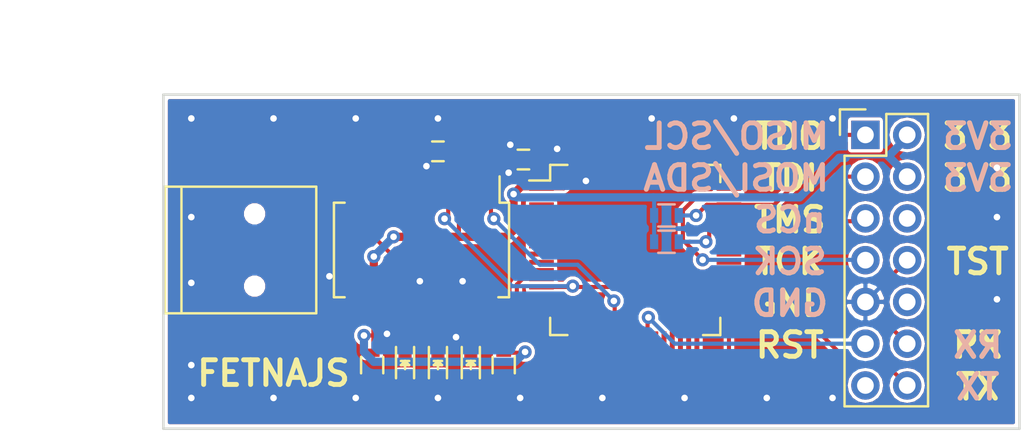
<source format=kicad_pcb>
(kicad_pcb (version 20160815) (host pcbnew no-vcs-found-7402~56~ubuntu16.04.1)

  (general
    (links 49)
    (no_connects 3)
    (area 114.224999 82.474999 166.445001 102.945001)
    (thickness 1.6)
    (drawings 27)
    (tracks 284)
    (zones 0)
    (modules 13)
    (nets 38)
  )

  (page A4)
  (layers
    (0 F.Cu signal)
    (31 B.Cu signal)
    (32 B.Adhes user)
    (33 F.Adhes user)
    (34 B.Paste user)
    (35 F.Paste user)
    (36 B.SilkS user)
    (37 F.SilkS user)
    (38 B.Mask user)
    (39 F.Mask user)
    (40 Dwgs.User user)
    (41 Cmts.User user)
    (42 Eco1.User user)
    (43 Eco2.User user)
    (44 Edge.Cuts user)
    (45 Margin user)
    (46 B.CrtYd user)
    (47 F.CrtYd user)
    (48 B.Fab user hide)
    (49 F.Fab user hide)
  )

  (setup
    (last_trace_width 0.25)
    (user_trace_width 0.5)
    (trace_clearance 0.2)
    (zone_clearance 0.2)
    (zone_45_only no)
    (trace_min 0.2)
    (segment_width 0.2)
    (edge_width 0.15)
    (via_size 0.8)
    (via_drill 0.4)
    (via_min_size 0.4)
    (via_min_drill 0.3)
    (uvia_size 0.3)
    (uvia_drill 0.1)
    (uvias_allowed no)
    (uvia_min_size 0.2)
    (uvia_min_drill 0.1)
    (pcb_text_width 0.3)
    (pcb_text_size 1.5 1.5)
    (mod_edge_width 0.15)
    (mod_text_size 1 1)
    (mod_text_width 0.15)
    (pad_size 1.524 1.524)
    (pad_drill 0.762)
    (pad_to_mask_clearance 0.2)
    (aux_axis_origin 0 0)
    (visible_elements FFFEFF7F)
    (pcbplotparams
      (layerselection 0x010f0_ffffffff)
      (usegerberextensions false)
      (excludeedgelayer true)
      (linewidth 0.100000)
      (plotframeref false)
      (viasonmask false)
      (mode 1)
      (useauxorigin false)
      (hpglpennumber 1)
      (hpglpenspeed 20)
      (hpglpendiameter 15)
      (psnegative false)
      (psa4output false)
      (plotreference false)
      (plotvalue false)
      (plotinvisibletext false)
      (padsonsilk false)
      (subtractmaskfromsilk false)
      (outputformat 1)
      (mirror false)
      (drillshape 0)
      (scaleselection 1)
      (outputdirectory gerber/))
  )

  (net 0 "")
  (net 1 +3V3)
  (net 2 GND)
  (net 3 "Net-(D1-Pad1)")
  (net 4 "Net-(D1-Pad2)")
  (net 5 "Net-(D2-Pad1)")
  (net 6 "Net-(D3-Pad1)")
  (net 7 "Net-(D3-Pad2)")
  (net 8 "Net-(P1-Pad6)")
  (net 9 "Net-(P1-Pad4)")
  (net 10 "Net-(P1-Pad3)")
  (net 11 "Net-(P1-Pad2)")
  (net 12 "Net-(P1-Pad1)")
  (net 13 /TX)
  (net 14 "Net-(P2-Pad13)")
  (net 15 /RX)
  (net 16 /RST)
  (net 17 "Net-(P2-Pad10)")
  (net 18 /TEST)
  (net 19 /TCK)
  (net 20 "Net-(P2-Pad6)")
  (net 21 /TMS)
  (net 22 /TDI)
  (net 23 /TDO)
  (net 24 "Net-(U1-Pad28)")
  (net 25 "Net-(U1-Pad27)")
  (net 26 "Net-(U1-Pad19)")
  (net 27 "Net-(U1-Pad14)")
  (net 28 "Net-(U1-Pad13)")
  (net 29 "Net-(U1-Pad12)")
  (net 30 "Net-(U1-Pad11)")
  (net 31 "Net-(U1-Pad10)")
  (net 32 "Net-(U1-Pad9)")
  (net 33 "Net-(U1-Pad6)")
  (net 34 "Net-(U1-Pad5)")
  (net 35 "Net-(U1-Pad3)")
  (net 36 "Net-(U1-Pad2)")
  (net 37 "Net-(U1-Pad1)")

  (net_class Default "This is the default net class."
    (clearance 0.2)
    (trace_width 0.25)
    (via_dia 0.8)
    (via_drill 0.4)
    (uvia_dia 0.3)
    (uvia_drill 0.1)
    (diff_pair_gap 0.25)
    (diff_pair_width 0.2)
    (add_net +3V3)
    (add_net /RST)
    (add_net /RX)
    (add_net /TCK)
    (add_net /TDI)
    (add_net /TDO)
    (add_net /TEST)
    (add_net /TMS)
    (add_net /TX)
    (add_net GND)
    (add_net "Net-(D1-Pad1)")
    (add_net "Net-(D1-Pad2)")
    (add_net "Net-(D2-Pad1)")
    (add_net "Net-(D3-Pad1)")
    (add_net "Net-(D3-Pad2)")
    (add_net "Net-(P1-Pad1)")
    (add_net "Net-(P1-Pad2)")
    (add_net "Net-(P1-Pad3)")
    (add_net "Net-(P1-Pad4)")
    (add_net "Net-(P1-Pad6)")
    (add_net "Net-(P2-Pad10)")
    (add_net "Net-(P2-Pad13)")
    (add_net "Net-(P2-Pad6)")
    (add_net "Net-(U1-Pad1)")
    (add_net "Net-(U1-Pad10)")
    (add_net "Net-(U1-Pad11)")
    (add_net "Net-(U1-Pad12)")
    (add_net "Net-(U1-Pad13)")
    (add_net "Net-(U1-Pad14)")
    (add_net "Net-(U1-Pad19)")
    (add_net "Net-(U1-Pad2)")
    (add_net "Net-(U1-Pad27)")
    (add_net "Net-(U1-Pad28)")
    (add_net "Net-(U1-Pad3)")
    (add_net "Net-(U1-Pad5)")
    (add_net "Net-(U1-Pad6)")
    (add_net "Net-(U1-Pad9)")
  )

  (module Capacitors_SMD:C_0603 (layer F.Cu) (tedit 5856629B) (tstamp 58566121)
    (at 131 86)
    (descr "Capacitor SMD 0603, reflow soldering, AVX (see smccp.pdf)")
    (tags "capacitor 0603")
    (path /58565D4F)
    (attr smd)
    (fp_text reference C1 (at 0 -1.9) (layer F.SilkS) hide
      (effects (font (size 1 1) (thickness 0.15)))
    )
    (fp_text value 100nC (at 0 1.9) (layer F.Fab)
      (effects (font (size 1 1) (thickness 0.15)))
    )
    (fp_line (start 0.35 0.6) (end -0.35 0.6) (layer F.SilkS) (width 0.15))
    (fp_line (start -0.35 -0.6) (end 0.35 -0.6) (layer F.SilkS) (width 0.15))
    (fp_line (start 1.45 -0.75) (end 1.45 0.75) (layer F.CrtYd) (width 0.05))
    (fp_line (start -1.45 -0.75) (end -1.45 0.75) (layer F.CrtYd) (width 0.05))
    (fp_line (start -1.45 0.75) (end 1.45 0.75) (layer F.CrtYd) (width 0.05))
    (fp_line (start -1.45 -0.75) (end 1.45 -0.75) (layer F.CrtYd) (width 0.05))
    (fp_line (start -0.8 -0.4) (end 0.8 -0.4) (layer F.Fab) (width 0.15))
    (fp_line (start 0.8 -0.4) (end 0.8 0.4) (layer F.Fab) (width 0.15))
    (fp_line (start 0.8 0.4) (end -0.8 0.4) (layer F.Fab) (width 0.15))
    (fp_line (start -0.8 0.4) (end -0.8 -0.4) (layer F.Fab) (width 0.15))
    (pad 2 smd rect (at 0.75 0) (size 0.8 0.75) (layers F.Cu F.Paste F.Mask)
      (net 1 +3V3))
    (pad 1 smd rect (at -0.75 0) (size 0.8 0.75) (layers F.Cu F.Paste F.Mask)
      (net 2 GND))
    (model Capacitors_SMD.3dshapes/C_0603.wrl
      (at (xyz 0 0 0))
      (scale (xyz 1 1 1))
      (rotate (xyz 0 0 0))
    )
  )

  (module Capacitors_SMD:C_0603 (layer F.Cu) (tedit 5856629D) (tstamp 58566127)
    (at 136.2 86.5 180)
    (descr "Capacitor SMD 0603, reflow soldering, AVX (see smccp.pdf)")
    (tags "capacitor 0603")
    (path /58566FF6)
    (attr smd)
    (fp_text reference C2 (at 0 -1.9 180) (layer F.SilkS) hide
      (effects (font (size 1 1) (thickness 0.15)))
    )
    (fp_text value C (at 0 1.9 180) (layer F.Fab)
      (effects (font (size 1 1) (thickness 0.15)))
    )
    (fp_line (start -0.8 0.4) (end -0.8 -0.4) (layer F.Fab) (width 0.15))
    (fp_line (start 0.8 0.4) (end -0.8 0.4) (layer F.Fab) (width 0.15))
    (fp_line (start 0.8 -0.4) (end 0.8 0.4) (layer F.Fab) (width 0.15))
    (fp_line (start -0.8 -0.4) (end 0.8 -0.4) (layer F.Fab) (width 0.15))
    (fp_line (start -1.45 -0.75) (end 1.45 -0.75) (layer F.CrtYd) (width 0.05))
    (fp_line (start -1.45 0.75) (end 1.45 0.75) (layer F.CrtYd) (width 0.05))
    (fp_line (start -1.45 -0.75) (end -1.45 0.75) (layer F.CrtYd) (width 0.05))
    (fp_line (start 1.45 -0.75) (end 1.45 0.75) (layer F.CrtYd) (width 0.05))
    (fp_line (start -0.35 -0.6) (end 0.35 -0.6) (layer F.SilkS) (width 0.15))
    (fp_line (start 0.35 0.6) (end -0.35 0.6) (layer F.SilkS) (width 0.15))
    (pad 1 smd rect (at -0.75 0 180) (size 0.8 0.75) (layers F.Cu F.Paste F.Mask)
      (net 1 +3V3))
    (pad 2 smd rect (at 0.75 0 180) (size 0.8 0.75) (layers F.Cu F.Paste F.Mask)
      (net 2 GND))
    (model Capacitors_SMD.3dshapes/C_0603.wrl
      (at (xyz 0 0 0))
      (scale (xyz 1 1 1))
      (rotate (xyz 0 0 0))
    )
  )

  (module LEDs:LED_0603 (layer F.Cu) (tedit 585662B2) (tstamp 5856612D)
    (at 131 99 270)
    (descr "LED 0603 smd package")
    (tags "LED led 0603 SMD smd SMT smt smdled SMDLED smtled SMTLED")
    (path /58566099)
    (attr smd)
    (fp_text reference D1 (at 0 -1.5 270) (layer F.SilkS) hide
      (effects (font (size 1 1) (thickness 0.15)))
    )
    (fp_text value LED (at 0 1.5 270) (layer F.Fab)
      (effects (font (size 1 1) (thickness 0.15)))
    )
    (fp_line (start -1.4 -0.75) (end 1.4 -0.75) (layer F.CrtYd) (width 0.05))
    (fp_line (start -1.4 0.75) (end -1.4 -0.75) (layer F.CrtYd) (width 0.05))
    (fp_line (start 1.4 0.75) (end -1.4 0.75) (layer F.CrtYd) (width 0.05))
    (fp_line (start 1.4 -0.75) (end 1.4 0.75) (layer F.CrtYd) (width 0.05))
    (fp_line (start 0 0.25) (end -0.25 0) (layer F.SilkS) (width 0.15))
    (fp_line (start 0 -0.25) (end 0 0.25) (layer F.SilkS) (width 0.15))
    (fp_line (start -0.25 0) (end 0 -0.25) (layer F.SilkS) (width 0.15))
    (fp_line (start -0.25 -0.25) (end -0.25 0.25) (layer F.SilkS) (width 0.15))
    (fp_line (start -0.2 0) (end 0.25 0) (layer F.SilkS) (width 0.15))
    (fp_line (start -1.1 -0.55) (end 0.8 -0.55) (layer F.SilkS) (width 0.15))
    (fp_line (start -1.1 0.55) (end 0.8 0.55) (layer F.SilkS) (width 0.15))
    (fp_line (start -0.8 0.4) (end -0.8 -0.4) (layer F.Fab) (width 0.15))
    (fp_line (start -0.8 -0.4) (end 0.8 -0.4) (layer F.Fab) (width 0.15))
    (fp_line (start 0.8 -0.4) (end 0.8 0.4) (layer F.Fab) (width 0.15))
    (fp_line (start 0.8 0.4) (end -0.8 0.4) (layer F.Fab) (width 0.15))
    (fp_line (start 0.1 -0.2) (end 0.1 0.2) (layer F.Fab) (width 0.15))
    (fp_line (start 0.1 0.2) (end -0.2 0) (layer F.Fab) (width 0.15))
    (fp_line (start -0.2 0) (end 0.1 -0.2) (layer F.Fab) (width 0.15))
    (fp_line (start -0.3 -0.2) (end -0.3 0.2) (layer F.Fab) (width 0.15))
    (pad 1 smd rect (at -0.7493 0 90) (size 0.79756 0.79756) (layers F.Cu F.Paste F.Mask)
      (net 3 "Net-(D1-Pad1)"))
    (pad 2 smd rect (at 0.7493 0 90) (size 0.79756 0.79756) (layers F.Cu F.Paste F.Mask)
      (net 4 "Net-(D1-Pad2)"))
    (model LEDs.3dshapes/LED_0603.wrl
      (at (xyz 0 0 0))
      (scale (xyz 1 1 1))
      (rotate (xyz 0 0 180))
    )
  )

  (module LEDs:LED_0603 (layer F.Cu) (tedit 585662AE) (tstamp 58566133)
    (at 129 99 270)
    (descr "LED 0603 smd package")
    (tags "LED led 0603 SMD smd SMT smt smdled SMDLED smtled SMTLED")
    (path /58566139)
    (attr smd)
    (fp_text reference D2 (at 0 -1.5 270) (layer F.SilkS) hide
      (effects (font (size 1 1) (thickness 0.15)))
    )
    (fp_text value LED (at 0 1.5 270) (layer F.Fab)
      (effects (font (size 1 1) (thickness 0.15)))
    )
    (fp_line (start -0.3 -0.2) (end -0.3 0.2) (layer F.Fab) (width 0.15))
    (fp_line (start -0.2 0) (end 0.1 -0.2) (layer F.Fab) (width 0.15))
    (fp_line (start 0.1 0.2) (end -0.2 0) (layer F.Fab) (width 0.15))
    (fp_line (start 0.1 -0.2) (end 0.1 0.2) (layer F.Fab) (width 0.15))
    (fp_line (start 0.8 0.4) (end -0.8 0.4) (layer F.Fab) (width 0.15))
    (fp_line (start 0.8 -0.4) (end 0.8 0.4) (layer F.Fab) (width 0.15))
    (fp_line (start -0.8 -0.4) (end 0.8 -0.4) (layer F.Fab) (width 0.15))
    (fp_line (start -0.8 0.4) (end -0.8 -0.4) (layer F.Fab) (width 0.15))
    (fp_line (start -1.1 0.55) (end 0.8 0.55) (layer F.SilkS) (width 0.15))
    (fp_line (start -1.1 -0.55) (end 0.8 -0.55) (layer F.SilkS) (width 0.15))
    (fp_line (start -0.2 0) (end 0.25 0) (layer F.SilkS) (width 0.15))
    (fp_line (start -0.25 -0.25) (end -0.25 0.25) (layer F.SilkS) (width 0.15))
    (fp_line (start -0.25 0) (end 0 -0.25) (layer F.SilkS) (width 0.15))
    (fp_line (start 0 -0.25) (end 0 0.25) (layer F.SilkS) (width 0.15))
    (fp_line (start 0 0.25) (end -0.25 0) (layer F.SilkS) (width 0.15))
    (fp_line (start 1.4 -0.75) (end 1.4 0.75) (layer F.CrtYd) (width 0.05))
    (fp_line (start 1.4 0.75) (end -1.4 0.75) (layer F.CrtYd) (width 0.05))
    (fp_line (start -1.4 0.75) (end -1.4 -0.75) (layer F.CrtYd) (width 0.05))
    (fp_line (start -1.4 -0.75) (end 1.4 -0.75) (layer F.CrtYd) (width 0.05))
    (pad 2 smd rect (at 0.7493 0 90) (size 0.79756 0.79756) (layers F.Cu F.Paste F.Mask)
      (net 4 "Net-(D1-Pad2)"))
    (pad 1 smd rect (at -0.7493 0 90) (size 0.79756 0.79756) (layers F.Cu F.Paste F.Mask)
      (net 5 "Net-(D2-Pad1)"))
    (model LEDs.3dshapes/LED_0603.wrl
      (at (xyz 0 0 0))
      (scale (xyz 1 1 1))
      (rotate (xyz 0 0 180))
    )
  )

  (module LEDs:LED_0603 (layer F.Cu) (tedit 585662B8) (tstamp 58566139)
    (at 133 99 270)
    (descr "LED 0603 smd package")
    (tags "LED led 0603 SMD smd SMT smt smdled SMDLED smtled SMTLED")
    (path /58566C31)
    (attr smd)
    (fp_text reference D3 (at 0 -1.5 270) (layer F.SilkS) hide
      (effects (font (size 1 1) (thickness 0.15)))
    )
    (fp_text value LED (at 0 1.5 270) (layer F.Fab)
      (effects (font (size 1 1) (thickness 0.15)))
    )
    (fp_line (start -1.4 -0.75) (end 1.4 -0.75) (layer F.CrtYd) (width 0.05))
    (fp_line (start -1.4 0.75) (end -1.4 -0.75) (layer F.CrtYd) (width 0.05))
    (fp_line (start 1.4 0.75) (end -1.4 0.75) (layer F.CrtYd) (width 0.05))
    (fp_line (start 1.4 -0.75) (end 1.4 0.75) (layer F.CrtYd) (width 0.05))
    (fp_line (start 0 0.25) (end -0.25 0) (layer F.SilkS) (width 0.15))
    (fp_line (start 0 -0.25) (end 0 0.25) (layer F.SilkS) (width 0.15))
    (fp_line (start -0.25 0) (end 0 -0.25) (layer F.SilkS) (width 0.15))
    (fp_line (start -0.25 -0.25) (end -0.25 0.25) (layer F.SilkS) (width 0.15))
    (fp_line (start -0.2 0) (end 0.25 0) (layer F.SilkS) (width 0.15))
    (fp_line (start -1.1 -0.55) (end 0.8 -0.55) (layer F.SilkS) (width 0.15))
    (fp_line (start -1.1 0.55) (end 0.8 0.55) (layer F.SilkS) (width 0.15))
    (fp_line (start -0.8 0.4) (end -0.8 -0.4) (layer F.Fab) (width 0.15))
    (fp_line (start -0.8 -0.4) (end 0.8 -0.4) (layer F.Fab) (width 0.15))
    (fp_line (start 0.8 -0.4) (end 0.8 0.4) (layer F.Fab) (width 0.15))
    (fp_line (start 0.8 0.4) (end -0.8 0.4) (layer F.Fab) (width 0.15))
    (fp_line (start 0.1 -0.2) (end 0.1 0.2) (layer F.Fab) (width 0.15))
    (fp_line (start 0.1 0.2) (end -0.2 0) (layer F.Fab) (width 0.15))
    (fp_line (start -0.2 0) (end 0.1 -0.2) (layer F.Fab) (width 0.15))
    (fp_line (start -0.3 -0.2) (end -0.3 0.2) (layer F.Fab) (width 0.15))
    (pad 1 smd rect (at -0.7493 0 90) (size 0.79756 0.79756) (layers F.Cu F.Paste F.Mask)
      (net 6 "Net-(D3-Pad1)"))
    (pad 2 smd rect (at 0.7493 0 90) (size 0.79756 0.79756) (layers F.Cu F.Paste F.Mask)
      (net 7 "Net-(D3-Pad2)"))
    (model LEDs.3dshapes/LED_0603.wrl
      (at (xyz 0 0 0))
      (scale (xyz 1 1 1))
      (rotate (xyz 0 0 180))
    )
  )

  (module Connectors:USB_Mini-B (layer F.Cu) (tedit 585662A7) (tstamp 58566148)
    (at 119 92)
    (descr "USB Mini-B 5-pin SMD connector")
    (tags "USB USB_B USB_Mini connector")
    (path /58565AAA)
    (attr smd)
    (fp_text reference P1 (at 0 6.90118) (layer F.SilkS) hide
      (effects (font (size 1 1) (thickness 0.15)))
    )
    (fp_text value USB_OTG (at 0 -7.0993) (layer F.Fab)
      (effects (font (size 1 1) (thickness 0.15)))
    )
    (fp_line (start 4.59994 -3.85064) (end -4.59994 -3.85064) (layer F.SilkS) (width 0.15))
    (fp_line (start 4.59994 3.85064) (end 4.59994 -3.85064) (layer F.SilkS) (width 0.15))
    (fp_line (start -4.59994 3.85064) (end 4.59994 3.85064) (layer F.SilkS) (width 0.15))
    (fp_line (start -4.59994 -3.85064) (end -4.59994 3.85064) (layer F.SilkS) (width 0.15))
    (fp_line (start -3.59918 -3.85064) (end -3.59918 3.85064) (layer F.SilkS) (width 0.15))
    (fp_line (start -4.85 5.7) (end -4.85 -5.7) (layer F.CrtYd) (width 0.05))
    (fp_line (start 4.85 5.7) (end -4.85 5.7) (layer F.CrtYd) (width 0.05))
    (fp_line (start 4.85 -5.7) (end 4.85 5.7) (layer F.CrtYd) (width 0.05))
    (fp_line (start -4.85 -5.7) (end 4.85 -5.7) (layer F.CrtYd) (width 0.05))
    (pad "" np_thru_hole circle (at 0.8509 2.19964) (size 0.89916 0.89916) (drill 0.89916) (layers *.Cu *.Mask))
    (pad "" np_thru_hole circle (at 0.8509 -2.19964) (size 0.89916 0.89916) (drill 0.89916) (layers *.Cu *.Mask))
    (pad 6 smd rect (at -2.14884 4.45008) (size 2.49936 1.99898) (layers F.Cu F.Paste F.Mask)
      (net 8 "Net-(P1-Pad6)"))
    (pad 6 smd rect (at 3.35026 4.45008) (size 2.49936 1.99898) (layers F.Cu F.Paste F.Mask)
      (net 8 "Net-(P1-Pad6)"))
    (pad 6 smd rect (at -2.14884 -4.45008) (size 2.49936 1.99898) (layers F.Cu F.Paste F.Mask)
      (net 8 "Net-(P1-Pad6)"))
    (pad 6 smd rect (at 3.35026 -4.45008) (size 2.49936 1.99898) (layers F.Cu F.Paste F.Mask)
      (net 8 "Net-(P1-Pad6)"))
    (pad 5 smd rect (at 3.44932 1.6002) (size 2.30124 0.50038) (layers F.Cu F.Paste F.Mask)
      (net 2 GND))
    (pad 4 smd rect (at 3.44932 0.8001) (size 2.30124 0.50038) (layers F.Cu F.Paste F.Mask)
      (net 9 "Net-(P1-Pad4)"))
    (pad 3 smd rect (at 3.44932 0) (size 2.30124 0.50038) (layers F.Cu F.Paste F.Mask)
      (net 10 "Net-(P1-Pad3)"))
    (pad 2 smd rect (at 3.44932 -0.8001) (size 2.30124 0.50038) (layers F.Cu F.Paste F.Mask)
      (net 11 "Net-(P1-Pad2)"))
    (pad 1 smd rect (at 3.44932 -1.6002) (size 2.30124 0.50038) (layers F.Cu F.Paste F.Mask)
      (net 12 "Net-(P1-Pad1)"))
  )

  (module Pin_Headers:Pin_Header_Straight_2x07 (layer F.Cu) (tedit 585662C0) (tstamp 5856615A)
    (at 157 85)
    (descr "Through hole pin header")
    (tags "pin header")
    (path /58567AB6)
    (fp_text reference P2 (at 0 -5.1) (layer F.SilkS) hide
      (effects (font (size 1 1) (thickness 0.15)))
    )
    (fp_text value CONN_02X07 (at 0 -3.1) (layer F.Fab)
      (effects (font (size 1 1) (thickness 0.15)))
    )
    (fp_line (start -1.55 -1.55) (end -1.55 0) (layer F.SilkS) (width 0.15))
    (fp_line (start 1.27 1.27) (end -1.27 1.27) (layer F.SilkS) (width 0.15))
    (fp_line (start 1.27 -1.27) (end 1.27 1.27) (layer F.SilkS) (width 0.15))
    (fp_line (start 0 -1.55) (end -1.55 -1.55) (layer F.SilkS) (width 0.15))
    (fp_line (start 3.81 -1.27) (end 1.27 -1.27) (layer F.SilkS) (width 0.15))
    (fp_line (start 3.81 16.51) (end -1.27 16.51) (layer F.SilkS) (width 0.15))
    (fp_line (start -1.27 1.27) (end -1.27 16.51) (layer F.SilkS) (width 0.15))
    (fp_line (start 3.81 16.51) (end 3.81 -1.27) (layer F.SilkS) (width 0.15))
    (fp_line (start -1.75 17) (end 4.3 17) (layer F.CrtYd) (width 0.05))
    (fp_line (start -1.75 -1.75) (end 4.3 -1.75) (layer F.CrtYd) (width 0.05))
    (fp_line (start 4.3 -1.75) (end 4.3 17) (layer F.CrtYd) (width 0.05))
    (fp_line (start -1.75 -1.75) (end -1.75 17) (layer F.CrtYd) (width 0.05))
    (pad 14 thru_hole oval (at 2.54 15.24) (size 1.7272 1.7272) (drill 1.016) (layers *.Cu *.Mask)
      (net 13 /TX))
    (pad 13 thru_hole oval (at 0 15.24) (size 1.7272 1.7272) (drill 1.016) (layers *.Cu *.Mask)
      (net 14 "Net-(P2-Pad13)"))
    (pad 12 thru_hole oval (at 2.54 12.7) (size 1.7272 1.7272) (drill 1.016) (layers *.Cu *.Mask)
      (net 15 /RX))
    (pad 11 thru_hole oval (at 0 12.7) (size 1.7272 1.7272) (drill 1.016) (layers *.Cu *.Mask)
      (net 16 /RST))
    (pad 10 thru_hole oval (at 2.54 10.16) (size 1.7272 1.7272) (drill 1.016) (layers *.Cu *.Mask)
      (net 17 "Net-(P2-Pad10)"))
    (pad 9 thru_hole oval (at 0 10.16) (size 1.7272 1.7272) (drill 1.016) (layers *.Cu *.Mask)
      (net 2 GND))
    (pad 8 thru_hole oval (at 2.54 7.62) (size 1.7272 1.7272) (drill 1.016) (layers *.Cu *.Mask)
      (net 18 /TEST))
    (pad 7 thru_hole oval (at 0 7.62) (size 1.7272 1.7272) (drill 1.016) (layers *.Cu *.Mask)
      (net 19 /TCK))
    (pad 6 thru_hole oval (at 2.54 5.08) (size 1.7272 1.7272) (drill 1.016) (layers *.Cu *.Mask)
      (net 20 "Net-(P2-Pad6)"))
    (pad 5 thru_hole oval (at 0 5.08) (size 1.7272 1.7272) (drill 1.016) (layers *.Cu *.Mask)
      (net 21 /TMS))
    (pad 4 thru_hole oval (at 2.54 2.54) (size 1.7272 1.7272) (drill 1.016) (layers *.Cu *.Mask)
      (net 1 +3V3))
    (pad 3 thru_hole oval (at 0 2.54) (size 1.7272 1.7272) (drill 1.016) (layers *.Cu *.Mask)
      (net 22 /TDI))
    (pad 2 thru_hole oval (at 2.54 0) (size 1.7272 1.7272) (drill 1.016) (layers *.Cu *.Mask)
      (net 1 +3V3))
    (pad 1 thru_hole rect (at 0 0) (size 1.7272 1.7272) (drill 1.016) (layers *.Cu *.Mask)
      (net 23 /TDO))
    (model Pin_Headers.3dshapes/Pin_Header_Straight_2x07.wrl
      (at (xyz 0.05 -0.3 0))
      (scale (xyz 1 1 1))
      (rotate (xyz 0 0 90))
    )
  )

  (module Resistors_SMD:R_0603 (layer F.Cu) (tedit 585662B5) (tstamp 58566160)
    (at 135 99 90)
    (descr "Resistor SMD 0603, reflow soldering, Vishay (see dcrcw.pdf)")
    (tags "resistor 0603")
    (path /58566D0A)
    (attr smd)
    (fp_text reference R1 (at 0 -1.9 90) (layer F.SilkS) hide
      (effects (font (size 1 1) (thickness 0.15)))
    )
    (fp_text value 330R (at 0 1.9 90) (layer F.Fab)
      (effects (font (size 1 1) (thickness 0.15)))
    )
    (fp_line (start -0.8 0.4) (end -0.8 -0.4) (layer F.Fab) (width 0.1))
    (fp_line (start 0.8 0.4) (end -0.8 0.4) (layer F.Fab) (width 0.1))
    (fp_line (start 0.8 -0.4) (end 0.8 0.4) (layer F.Fab) (width 0.1))
    (fp_line (start -0.8 -0.4) (end 0.8 -0.4) (layer F.Fab) (width 0.1))
    (fp_line (start -1.3 -0.8) (end 1.3 -0.8) (layer F.CrtYd) (width 0.05))
    (fp_line (start -1.3 0.8) (end 1.3 0.8) (layer F.CrtYd) (width 0.05))
    (fp_line (start -1.3 -0.8) (end -1.3 0.8) (layer F.CrtYd) (width 0.05))
    (fp_line (start 1.3 -0.8) (end 1.3 0.8) (layer F.CrtYd) (width 0.05))
    (fp_line (start 0.5 0.675) (end -0.5 0.675) (layer F.SilkS) (width 0.15))
    (fp_line (start -0.5 -0.675) (end 0.5 -0.675) (layer F.SilkS) (width 0.15))
    (pad 1 smd rect (at -0.75 0 90) (size 0.5 0.9) (layers F.Cu F.Paste F.Mask)
      (net 7 "Net-(D3-Pad2)"))
    (pad 2 smd rect (at 0.75 0 90) (size 0.5 0.9) (layers F.Cu F.Paste F.Mask)
      (net 1 +3V3))
    (model Resistors_SMD.3dshapes/R_0603.wrl
      (at (xyz 0 0 0))
      (scale (xyz 1 1 1))
      (rotate (xyz 0 0 0))
    )
  )

  (module Resistors_SMD:R_0603 (layer F.Cu) (tedit 585662AB) (tstamp 58566166)
    (at 127 99 270)
    (descr "Resistor SMD 0603, reflow soldering, Vishay (see dcrcw.pdf)")
    (tags "resistor 0603")
    (path /585661C5)
    (attr smd)
    (fp_text reference R2 (at 0 -1.9 270) (layer F.SilkS) hide
      (effects (font (size 1 1) (thickness 0.15)))
    )
    (fp_text value 330R (at 0 1.9 270) (layer F.Fab)
      (effects (font (size 1 1) (thickness 0.15)))
    )
    (fp_line (start -0.5 -0.675) (end 0.5 -0.675) (layer F.SilkS) (width 0.15))
    (fp_line (start 0.5 0.675) (end -0.5 0.675) (layer F.SilkS) (width 0.15))
    (fp_line (start 1.3 -0.8) (end 1.3 0.8) (layer F.CrtYd) (width 0.05))
    (fp_line (start -1.3 -0.8) (end -1.3 0.8) (layer F.CrtYd) (width 0.05))
    (fp_line (start -1.3 0.8) (end 1.3 0.8) (layer F.CrtYd) (width 0.05))
    (fp_line (start -1.3 -0.8) (end 1.3 -0.8) (layer F.CrtYd) (width 0.05))
    (fp_line (start -0.8 -0.4) (end 0.8 -0.4) (layer F.Fab) (width 0.1))
    (fp_line (start 0.8 -0.4) (end 0.8 0.4) (layer F.Fab) (width 0.1))
    (fp_line (start 0.8 0.4) (end -0.8 0.4) (layer F.Fab) (width 0.1))
    (fp_line (start -0.8 0.4) (end -0.8 -0.4) (layer F.Fab) (width 0.1))
    (pad 2 smd rect (at 0.75 0 270) (size 0.5 0.9) (layers F.Cu F.Paste F.Mask)
      (net 4 "Net-(D1-Pad2)"))
    (pad 1 smd rect (at -0.75 0 270) (size 0.5 0.9) (layers F.Cu F.Paste F.Mask)
      (net 1 +3V3))
    (model Resistors_SMD.3dshapes/R_0603.wrl
      (at (xyz 0 0 0))
      (scale (xyz 1 1 1))
      (rotate (xyz 0 0 0))
    )
  )

  (module Housings_SSOP:SSOP-28_5.3x10.2mm_Pitch0.65mm (layer F.Cu) (tedit 585662A0) (tstamp 58566186)
    (at 130 92 270)
    (descr "28-Lead Plastic Shrink Small Outline (SS)-5.30 mm Body [SSOP] (see Microchip Packaging Specification 00000049BS.pdf)")
    (tags "SSOP 0.65")
    (path /58565A05)
    (attr smd)
    (fp_text reference U1 (at 0 -6.25 270) (layer F.SilkS) hide
      (effects (font (size 1 1) (thickness 0.15)))
    )
    (fp_text value FT232RL (at 0 6.25 270) (layer F.Fab)
      (effects (font (size 1 1) (thickness 0.15)))
    )
    (fp_line (start -2.875 -4.75) (end -4.475 -4.75) (layer F.SilkS) (width 0.15))
    (fp_line (start -2.875 5.325) (end 2.875 5.325) (layer F.SilkS) (width 0.15))
    (fp_line (start -2.875 -5.325) (end 2.875 -5.325) (layer F.SilkS) (width 0.15))
    (fp_line (start -2.875 5.325) (end -2.875 4.675) (layer F.SilkS) (width 0.15))
    (fp_line (start 2.875 5.325) (end 2.875 4.675) (layer F.SilkS) (width 0.15))
    (fp_line (start 2.875 -5.325) (end 2.875 -4.675) (layer F.SilkS) (width 0.15))
    (fp_line (start -2.875 -5.325) (end -2.875 -4.75) (layer F.SilkS) (width 0.15))
    (fp_line (start -4.75 5.5) (end 4.75 5.5) (layer F.CrtYd) (width 0.05))
    (fp_line (start -4.75 -5.5) (end 4.75 -5.5) (layer F.CrtYd) (width 0.05))
    (fp_line (start 4.75 -5.5) (end 4.75 5.5) (layer F.CrtYd) (width 0.05))
    (fp_line (start -4.75 -5.5) (end -4.75 5.5) (layer F.CrtYd) (width 0.05))
    (fp_line (start -2.65 -4.1) (end -1.65 -5.1) (layer F.Fab) (width 0.15))
    (fp_line (start -2.65 5.1) (end -2.65 -4.1) (layer F.Fab) (width 0.15))
    (fp_line (start 2.65 5.1) (end -2.65 5.1) (layer F.Fab) (width 0.15))
    (fp_line (start 2.65 -5.1) (end 2.65 5.1) (layer F.Fab) (width 0.15))
    (fp_line (start -1.65 -5.1) (end 2.65 -5.1) (layer F.Fab) (width 0.15))
    (pad 28 smd rect (at 3.6 -4.225 270) (size 1.75 0.45) (layers F.Cu F.Paste F.Mask)
      (net 24 "Net-(U1-Pad28)"))
    (pad 27 smd rect (at 3.6 -3.575 270) (size 1.75 0.45) (layers F.Cu F.Paste F.Mask)
      (net 25 "Net-(U1-Pad27)"))
    (pad 26 smd rect (at 3.6 -2.925 270) (size 1.75 0.45) (layers F.Cu F.Paste F.Mask)
      (net 2 GND))
    (pad 25 smd rect (at 3.6 -2.275 270) (size 1.75 0.45) (layers F.Cu F.Paste F.Mask)
      (net 2 GND))
    (pad 24 smd rect (at 3.6 -1.625 270) (size 1.75 0.45) (layers F.Cu F.Paste F.Mask))
    (pad 23 smd rect (at 3.6 -0.975 270) (size 1.75 0.45) (layers F.Cu F.Paste F.Mask)
      (net 3 "Net-(D1-Pad1)"))
    (pad 22 smd rect (at 3.6 -0.325 270) (size 1.75 0.45) (layers F.Cu F.Paste F.Mask)
      (net 5 "Net-(D2-Pad1)"))
    (pad 21 smd rect (at 3.6 0.325 270) (size 1.75 0.45) (layers F.Cu F.Paste F.Mask)
      (net 2 GND))
    (pad 20 smd rect (at 3.6 0.975 270) (size 1.75 0.45) (layers F.Cu F.Paste F.Mask)
      (net 12 "Net-(P1-Pad1)"))
    (pad 19 smd rect (at 3.6 1.625 270) (size 1.75 0.45) (layers F.Cu F.Paste F.Mask)
      (net 26 "Net-(U1-Pad19)"))
    (pad 18 smd rect (at 3.6 2.275 270) (size 1.75 0.45) (layers F.Cu F.Paste F.Mask)
      (net 2 GND))
    (pad 17 smd rect (at 3.6 2.925 270) (size 1.75 0.45) (layers F.Cu F.Paste F.Mask)
      (net 1 +3V3))
    (pad 16 smd rect (at 3.6 3.575 270) (size 1.75 0.45) (layers F.Cu F.Paste F.Mask)
      (net 11 "Net-(P1-Pad2)"))
    (pad 15 smd rect (at 3.6 4.225 270) (size 1.75 0.45) (layers F.Cu F.Paste F.Mask)
      (net 10 "Net-(P1-Pad3)"))
    (pad 14 smd rect (at -3.6 4.225 270) (size 1.75 0.45) (layers F.Cu F.Paste F.Mask)
      (net 27 "Net-(U1-Pad14)"))
    (pad 13 smd rect (at -3.6 3.575 270) (size 1.75 0.45) (layers F.Cu F.Paste F.Mask)
      (net 28 "Net-(U1-Pad13)"))
    (pad 12 smd rect (at -3.6 2.925 270) (size 1.75 0.45) (layers F.Cu F.Paste F.Mask)
      (net 29 "Net-(U1-Pad12)"))
    (pad 11 smd rect (at -3.6 2.275 270) (size 1.75 0.45) (layers F.Cu F.Paste F.Mask)
      (net 30 "Net-(U1-Pad11)"))
    (pad 10 smd rect (at -3.6 1.625 270) (size 1.75 0.45) (layers F.Cu F.Paste F.Mask)
      (net 31 "Net-(U1-Pad10)"))
    (pad 9 smd rect (at -3.6 0.975 270) (size 1.75 0.45) (layers F.Cu F.Paste F.Mask)
      (net 32 "Net-(U1-Pad9)"))
    (pad 8 smd rect (at -3.6 0.325 270) (size 1.75 0.45) (layers F.Cu F.Paste F.Mask))
    (pad 7 smd rect (at -3.6 -0.325 270) (size 1.75 0.45) (layers F.Cu F.Paste F.Mask)
      (net 2 GND))
    (pad 6 smd rect (at -3.6 -0.975 270) (size 1.75 0.45) (layers F.Cu F.Paste F.Mask)
      (net 33 "Net-(U1-Pad6)"))
    (pad 5 smd rect (at -3.6 -1.625 270) (size 1.75 0.45) (layers F.Cu F.Paste F.Mask)
      (net 34 "Net-(U1-Pad5)"))
    (pad 4 smd rect (at -3.6 -2.275 270) (size 1.75 0.45) (layers F.Cu F.Paste F.Mask)
      (net 1 +3V3))
    (pad 3 smd rect (at -3.6 -2.925 270) (size 1.75 0.45) (layers F.Cu F.Paste F.Mask)
      (net 35 "Net-(U1-Pad3)"))
    (pad 2 smd rect (at -3.6 -3.575 270) (size 1.75 0.45) (layers F.Cu F.Paste F.Mask)
      (net 36 "Net-(U1-Pad2)"))
    (pad 1 smd rect (at -3.6 -4.225 270) (size 1.75 0.45) (layers F.Cu F.Paste F.Mask)
      (net 37 "Net-(U1-Pad1)"))
    (model Housings_SSOP.3dshapes/SSOP-28_5.3x10.2mm_Pitch0.65mm.wrl
      (at (xyz 0 0 0))
      (scale (xyz 1 1 1))
      (rotate (xyz 0 0 0))
    )
  )

  (module Housings_QFP:TQFP-64_10x10mm_Pitch0.5mm (layer F.Cu) (tedit 585662A3) (tstamp 585661CA)
    (at 143 92)
    (descr "64-Lead Plastic Thin Quad Flatpack (PT) - 10x10x1 mm Body, 2.00 mm Footprint [TQFP] (see Microchip Packaging Specification 00000049BS.pdf)")
    (tags "QFP 0.5")
    (path /58566968)
    (attr smd)
    (fp_text reference U2 (at 0 -7.45) (layer F.SilkS) hide
      (effects (font (size 1 1) (thickness 0.15)))
    )
    (fp_text value MSP430F2618TPM (at 0 7.45) (layer F.Fab)
      (effects (font (size 1 1) (thickness 0.15)))
    )
    (fp_line (start -5.175 -4.225) (end -6.45 -4.225) (layer F.SilkS) (width 0.15))
    (fp_line (start 5.175 -5.175) (end 4.125 -5.175) (layer F.SilkS) (width 0.15))
    (fp_line (start 5.175 5.175) (end 4.125 5.175) (layer F.SilkS) (width 0.15))
    (fp_line (start -5.175 5.175) (end -4.125 5.175) (layer F.SilkS) (width 0.15))
    (fp_line (start -5.175 -5.175) (end -4.125 -5.175) (layer F.SilkS) (width 0.15))
    (fp_line (start -5.175 5.175) (end -5.175 4.125) (layer F.SilkS) (width 0.15))
    (fp_line (start 5.175 5.175) (end 5.175 4.125) (layer F.SilkS) (width 0.15))
    (fp_line (start 5.175 -5.175) (end 5.175 -4.125) (layer F.SilkS) (width 0.15))
    (fp_line (start -5.175 -5.175) (end -5.175 -4.225) (layer F.SilkS) (width 0.15))
    (fp_line (start -6.7 6.7) (end 6.7 6.7) (layer F.CrtYd) (width 0.05))
    (fp_line (start -6.7 -6.7) (end 6.7 -6.7) (layer F.CrtYd) (width 0.05))
    (fp_line (start 6.7 -6.7) (end 6.7 6.7) (layer F.CrtYd) (width 0.05))
    (fp_line (start -6.7 -6.7) (end -6.7 6.7) (layer F.CrtYd) (width 0.05))
    (fp_line (start -5 -4) (end -4 -5) (layer F.Fab) (width 0.15))
    (fp_line (start -5 5) (end -5 -4) (layer F.Fab) (width 0.15))
    (fp_line (start 5 5) (end -5 5) (layer F.Fab) (width 0.15))
    (fp_line (start 5 -5) (end 5 5) (layer F.Fab) (width 0.15))
    (fp_line (start -4 -5) (end 5 -5) (layer F.Fab) (width 0.15))
    (fp_text user %R (at 0 0) (layer F.Fab)
      (effects (font (size 1 1) (thickness 0.15)))
    )
    (pad 64 smd rect (at -3.75 -5.7 90) (size 1.5 0.3) (layers F.Cu F.Paste F.Mask)
      (net 1 +3V3))
    (pad 63 smd rect (at -3.25 -5.7 90) (size 1.5 0.3) (layers F.Cu F.Paste F.Mask)
      (net 2 GND))
    (pad 62 smd rect (at -2.75 -5.7 90) (size 1.5 0.3) (layers F.Cu F.Paste F.Mask)
      (net 2 GND))
    (pad 61 smd rect (at -2.25 -5.7 90) (size 1.5 0.3) (layers F.Cu F.Paste F.Mask))
    (pad 60 smd rect (at -1.75 -5.7 90) (size 1.5 0.3) (layers F.Cu F.Paste F.Mask))
    (pad 59 smd rect (at -1.25 -5.7 90) (size 1.5 0.3) (layers F.Cu F.Paste F.Mask))
    (pad 58 smd rect (at -0.75 -5.7 90) (size 1.5 0.3) (layers F.Cu F.Paste F.Mask)
      (net 36 "Net-(U1-Pad2)"))
    (pad 57 smd rect (at -0.25 -5.7 90) (size 1.5 0.3) (layers F.Cu F.Paste F.Mask)
      (net 35 "Net-(U1-Pad3)"))
    (pad 56 smd rect (at 0.25 -5.7 90) (size 1.5 0.3) (layers F.Cu F.Paste F.Mask))
    (pad 55 smd rect (at 0.75 -5.7 90) (size 1.5 0.3) (layers F.Cu F.Paste F.Mask))
    (pad 54 smd rect (at 1.25 -5.7 90) (size 1.5 0.3) (layers F.Cu F.Paste F.Mask))
    (pad 53 smd rect (at 1.75 -5.7 90) (size 1.5 0.3) (layers F.Cu F.Paste F.Mask))
    (pad 52 smd rect (at 2.25 -5.7 90) (size 1.5 0.3) (layers F.Cu F.Paste F.Mask))
    (pad 51 smd rect (at 2.75 -5.7 90) (size 1.5 0.3) (layers F.Cu F.Paste F.Mask))
    (pad 50 smd rect (at 3.25 -5.7 90) (size 1.5 0.3) (layers F.Cu F.Paste F.Mask))
    (pad 49 smd rect (at 3.75 -5.7 90) (size 1.5 0.3) (layers F.Cu F.Paste F.Mask))
    (pad 48 smd rect (at 5.7 -3.75) (size 1.5 0.3) (layers F.Cu F.Paste F.Mask))
    (pad 47 smd rect (at 5.7 -3.25) (size 1.5 0.3) (layers F.Cu F.Paste F.Mask)
      (net 19 /TCK))
    (pad 46 smd rect (at 5.7 -2.75) (size 1.5 0.3) (layers F.Cu F.Paste F.Mask)
      (net 23 /TDO))
    (pad 45 smd rect (at 5.7 -2.25) (size 1.5 0.3) (layers F.Cu F.Paste F.Mask)
      (net 22 /TDI))
    (pad 44 smd rect (at 5.7 -1.75) (size 1.5 0.3) (layers F.Cu F.Paste F.Mask)
      (net 21 /TMS))
    (pad 43 smd rect (at 5.7 -1.25) (size 1.5 0.3) (layers F.Cu F.Paste F.Mask))
    (pad 42 smd rect (at 5.7 -0.75) (size 1.5 0.3) (layers F.Cu F.Paste F.Mask))
    (pad 41 smd rect (at 5.7 -0.25) (size 1.5 0.3) (layers F.Cu F.Paste F.Mask))
    (pad 40 smd rect (at 5.7 0.25) (size 1.5 0.3) (layers F.Cu F.Paste F.Mask))
    (pad 39 smd rect (at 5.7 0.75) (size 1.5 0.3) (layers F.Cu F.Paste F.Mask))
    (pad 38 smd rect (at 5.7 1.25) (size 1.5 0.3) (layers F.Cu F.Paste F.Mask))
    (pad 37 smd rect (at 5.7 1.75) (size 1.5 0.3) (layers F.Cu F.Paste F.Mask))
    (pad 36 smd rect (at 5.7 2.25) (size 1.5 0.3) (layers F.Cu F.Paste F.Mask)
      (net 18 /TEST))
    (pad 35 smd rect (at 5.7 2.75) (size 1.5 0.3) (layers F.Cu F.Paste F.Mask)
      (net 15 /RX))
    (pad 34 smd rect (at 5.7 3.25) (size 1.5 0.3) (layers F.Cu F.Paste F.Mask)
      (net 13 /TX))
    (pad 33 smd rect (at 5.7 3.75) (size 1.5 0.3) (layers F.Cu F.Paste F.Mask)
      (net 37 "Net-(U1-Pad1)"))
    (pad 32 smd rect (at 3.75 5.7 90) (size 1.5 0.3) (layers F.Cu F.Paste F.Mask)
      (net 34 "Net-(U1-Pad5)"))
    (pad 31 smd rect (at 3.25 5.7 90) (size 1.5 0.3) (layers F.Cu F.Paste F.Mask))
    (pad 30 smd rect (at 2.75 5.7 90) (size 1.5 0.3) (layers F.Cu F.Paste F.Mask))
    (pad 29 smd rect (at 2.25 5.7 90) (size 1.5 0.3) (layers F.Cu F.Paste F.Mask))
    (pad 28 smd rect (at 1.75 5.7 90) (size 1.5 0.3) (layers F.Cu F.Paste F.Mask))
    (pad 27 smd rect (at 1.25 5.7 90) (size 1.5 0.3) (layers F.Cu F.Paste F.Mask))
    (pad 26 smd rect (at 0.75 5.7 90) (size 1.5 0.3) (layers F.Cu F.Paste F.Mask)
      (net 16 /RST))
    (pad 25 smd rect (at 0.25 5.7 90) (size 1.5 0.3) (layers F.Cu F.Paste F.Mask))
    (pad 24 smd rect (at -0.25 5.7 90) (size 1.5 0.3) (layers F.Cu F.Paste F.Mask))
    (pad 23 smd rect (at -0.75 5.7 90) (size 1.5 0.3) (layers F.Cu F.Paste F.Mask))
    (pad 22 smd rect (at -1.25 5.7 90) (size 1.5 0.3) (layers F.Cu F.Paste F.Mask)
      (net 37 "Net-(U1-Pad1)"))
    (pad 21 smd rect (at -1.75 5.7 90) (size 1.5 0.3) (layers F.Cu F.Paste F.Mask))
    (pad 20 smd rect (at -2.25 5.7 90) (size 1.5 0.3) (layers F.Cu F.Paste F.Mask))
    (pad 19 smd rect (at -2.75 5.7 90) (size 1.5 0.3) (layers F.Cu F.Paste F.Mask))
    (pad 18 smd rect (at -3.25 5.7 90) (size 1.5 0.3) (layers F.Cu F.Paste F.Mask))
    (pad 17 smd rect (at -3.75 5.7 90) (size 1.5 0.3) (layers F.Cu F.Paste F.Mask))
    (pad 16 smd rect (at -5.7 3.75) (size 1.5 0.3) (layers F.Cu F.Paste F.Mask))
    (pad 15 smd rect (at -5.7 3.25) (size 1.5 0.3) (layers F.Cu F.Paste F.Mask))
    (pad 14 smd rect (at -5.7 2.75) (size 1.5 0.3) (layers F.Cu F.Paste F.Mask))
    (pad 13 smd rect (at -5.7 2.25) (size 1.5 0.3) (layers F.Cu F.Paste F.Mask)
      (net 34 "Net-(U1-Pad5)"))
    (pad 12 smd rect (at -5.7 1.75) (size 1.5 0.3) (layers F.Cu F.Paste F.Mask)
      (net 6 "Net-(D3-Pad1)"))
    (pad 11 smd rect (at -5.7 1.25) (size 1.5 0.3) (layers F.Cu F.Paste F.Mask))
    (pad 10 smd rect (at -5.7 0.75) (size 1.5 0.3) (layers F.Cu F.Paste F.Mask))
    (pad 9 smd rect (at -5.7 0.25) (size 1.5 0.3) (layers F.Cu F.Paste F.Mask))
    (pad 8 smd rect (at -5.7 -0.25) (size 1.5 0.3) (layers F.Cu F.Paste F.Mask))
    (pad 7 smd rect (at -5.7 -0.75) (size 1.5 0.3) (layers F.Cu F.Paste F.Mask))
    (pad 6 smd rect (at -5.7 -1.25) (size 1.5 0.3) (layers F.Cu F.Paste F.Mask))
    (pad 5 smd rect (at -5.7 -1.75) (size 1.5 0.3) (layers F.Cu F.Paste F.Mask))
    (pad 4 smd rect (at -5.7 -2.25) (size 1.5 0.3) (layers F.Cu F.Paste F.Mask))
    (pad 3 smd rect (at -5.7 -2.75) (size 1.5 0.3) (layers F.Cu F.Paste F.Mask))
    (pad 2 smd rect (at -5.7 -3.25) (size 1.5 0.3) (layers F.Cu F.Paste F.Mask))
    (pad 1 smd rect (at -5.7 -3.75) (size 1.5 0.3) (layers F.Cu F.Paste F.Mask)
      (net 1 +3V3))
    (model Housings_QFP.3dshapes/TQFP-64_10x10mm_Pitch0.5mm.wrl
      (at (xyz 0 0 0))
      (scale (xyz 1 1 1))
      (rotate (xyz 0 0 0))
    )
  )

  (module Resistors_SMD:R_0603 (layer B.Cu) (tedit 585687BE) (tstamp 58568781)
    (at 144.9 89.9)
    (descr "Resistor SMD 0603, reflow soldering, Vishay (see dcrcw.pdf)")
    (tags "resistor 0603")
    (path /5856873A)
    (attr smd)
    (fp_text reference R3 (at 0 1.9) (layer B.SilkS) hide
      (effects (font (size 1 1) (thickness 0.15)) (justify mirror))
    )
    (fp_text value R (at 0 -1.9) (layer B.Fab)
      (effects (font (size 1 1) (thickness 0.15)) (justify mirror))
    )
    (fp_line (start -0.5 0.675) (end 0.5 0.675) (layer B.SilkS) (width 0.15))
    (fp_line (start 0.5 -0.675) (end -0.5 -0.675) (layer B.SilkS) (width 0.15))
    (fp_line (start 1.3 0.8) (end 1.3 -0.8) (layer B.CrtYd) (width 0.05))
    (fp_line (start -1.3 0.8) (end -1.3 -0.8) (layer B.CrtYd) (width 0.05))
    (fp_line (start -1.3 -0.8) (end 1.3 -0.8) (layer B.CrtYd) (width 0.05))
    (fp_line (start -1.3 0.8) (end 1.3 0.8) (layer B.CrtYd) (width 0.05))
    (fp_line (start -0.8 0.4) (end 0.8 0.4) (layer B.Fab) (width 0.1))
    (fp_line (start 0.8 0.4) (end 0.8 -0.4) (layer B.Fab) (width 0.1))
    (fp_line (start 0.8 -0.4) (end -0.8 -0.4) (layer B.Fab) (width 0.1))
    (fp_line (start -0.8 -0.4) (end -0.8 0.4) (layer B.Fab) (width 0.1))
    (pad 2 smd rect (at 0.75 0) (size 0.5 0.9) (layers B.Cu B.Paste B.Mask)
      (net 23 /TDO))
    (pad 1 smd rect (at -0.75 0) (size 0.5 0.9) (layers B.Cu B.Paste B.Mask)
      (net 1 +3V3))
    (model Resistors_SMD.3dshapes/R_0603.wrl
      (at (xyz 0 0 0))
      (scale (xyz 1 1 1))
      (rotate (xyz 0 0 0))
    )
  )

  (module Resistors_SMD:R_0603 (layer B.Cu) (tedit 585687C2) (tstamp 58568787)
    (at 144.9 91.5)
    (descr "Resistor SMD 0603, reflow soldering, Vishay (see dcrcw.pdf)")
    (tags "resistor 0603")
    (path /5856881A)
    (attr smd)
    (fp_text reference R4 (at 0 1.9) (layer B.SilkS) hide
      (effects (font (size 1 1) (thickness 0.15)) (justify mirror))
    )
    (fp_text value R (at 0 -1.9) (layer B.Fab)
      (effects (font (size 1 1) (thickness 0.15)) (justify mirror))
    )
    (fp_line (start -0.8 -0.4) (end -0.8 0.4) (layer B.Fab) (width 0.1))
    (fp_line (start 0.8 -0.4) (end -0.8 -0.4) (layer B.Fab) (width 0.1))
    (fp_line (start 0.8 0.4) (end 0.8 -0.4) (layer B.Fab) (width 0.1))
    (fp_line (start -0.8 0.4) (end 0.8 0.4) (layer B.Fab) (width 0.1))
    (fp_line (start -1.3 0.8) (end 1.3 0.8) (layer B.CrtYd) (width 0.05))
    (fp_line (start -1.3 -0.8) (end 1.3 -0.8) (layer B.CrtYd) (width 0.05))
    (fp_line (start -1.3 0.8) (end -1.3 -0.8) (layer B.CrtYd) (width 0.05))
    (fp_line (start 1.3 0.8) (end 1.3 -0.8) (layer B.CrtYd) (width 0.05))
    (fp_line (start 0.5 -0.675) (end -0.5 -0.675) (layer B.SilkS) (width 0.15))
    (fp_line (start -0.5 0.675) (end 0.5 0.675) (layer B.SilkS) (width 0.15))
    (pad 1 smd rect (at -0.75 0) (size 0.5 0.9) (layers B.Cu B.Paste B.Mask)
      (net 1 +3V3))
    (pad 2 smd rect (at 0.75 0) (size 0.5 0.9) (layers B.Cu B.Paste B.Mask)
      (net 22 /TDI))
    (model Resistors_SMD.3dshapes/R_0603.wrl
      (at (xyz 0 0 0))
      (scale (xyz 1 1 1))
      (rotate (xyz 0 0 0))
    )
  )

  (gr_text 3V3 (at 163.83 87.63) (layer B.SilkS) (tstamp 58568689)
    (effects (font (size 1.5 1.5) (thickness 0.3)) (justify mirror))
  )
  (gr_text 3V3 (at 163.83 87.63) (layer F.SilkS) (tstamp 58568686)
    (effects (font (size 1.5 1.5) (thickness 0.3)))
  )
  (gr_text SCK (at 152.4 92.71) (layer B.SilkS) (tstamp 5856864F)
    (effects (font (size 1.5 1.5) (thickness 0.3)) (justify mirror))
  )
  (gr_text nCS (at 152.4 90.17) (layer B.SilkS) (tstamp 5856863E)
    (effects (font (size 1.5 1.5) (thickness 0.3)) (justify mirror))
  )
  (gr_text MOSI/SDA (at 154.94 87.63) (layer B.SilkS) (tstamp 585685D5)
    (effects (font (size 1.5 1.5) (thickness 0.3)) (justify left mirror))
  )
  (gr_text MISO/SCL (at 154.94 85.09) (layer B.SilkS) (tstamp 585685CB)
    (effects (font (size 1.5 1.5) (thickness 0.3)) (justify left mirror))
  )
  (gr_text GND (at 152.4 95.25) (layer B.SilkS) (tstamp 5856857E)
    (effects (font (size 1.5 1.5) (thickness 0.3)) (justify mirror))
  )
  (gr_text TX (at 163.83 100.33) (layer B.SilkS) (tstamp 5856857A)
    (effects (font (size 1.5 1.5) (thickness 0.3)) (justify mirror))
  )
  (gr_text RX (at 163.83 97.79) (layer B.SilkS) (tstamp 58568577)
    (effects (font (size 1.5 1.5) (thickness 0.3)) (justify mirror))
  )
  (gr_text 3V3 (at 163.83 85.09) (layer B.SilkS) (tstamp 58568572)
    (effects (font (size 1.5 1.5) (thickness 0.3)) (justify mirror))
  )
  (dimension 20.5 (width 0.3) (layer Dwgs.User)
    (gr_text "20,500 mm" (at 110.65 92.75 270) (layer Dwgs.User) (tstamp 58568748)
      (effects (font (size 1.5 1.5) (thickness 0.3)))
    )
    (feature1 (pts (xy 114 103) (xy 109.3 103)))
    (feature2 (pts (xy 114 82.5) (xy 109.3 82.5)))
    (crossbar (pts (xy 112 82.5) (xy 112 103)))
    (arrow1a (pts (xy 112 103) (xy 111.413579 101.873496)))
    (arrow1b (pts (xy 112 103) (xy 112.586421 101.873496)))
    (arrow2a (pts (xy 112 82.5) (xy 111.413579 83.626504)))
    (arrow2b (pts (xy 112 82.5) (xy 112.586421 83.626504)))
  )
  (dimension 52.5 (width 0.3) (layer Dwgs.User)
    (gr_text "52,500 mm" (at 140.25 78.65) (layer Dwgs.User) (tstamp 58568749)
      (effects (font (size 1.5 1.5) (thickness 0.3)))
    )
    (feature1 (pts (xy 166.5 82) (xy 166.5 77.3)))
    (feature2 (pts (xy 114 82) (xy 114 77.3)))
    (crossbar (pts (xy 114 80) (xy 166.5 80)))
    (arrow1a (pts (xy 166.5 80) (xy 165.373496 80.586421)))
    (arrow1b (pts (xy 166.5 80) (xy 165.373496 79.413579)))
    (arrow2a (pts (xy 114 80) (xy 115.126504 80.586421)))
    (arrow2b (pts (xy 114 80) (xy 115.126504 79.413579)))
  )
  (gr_text FETNAJS (at 121 99.5) (layer F.SilkS)
    (effects (font (size 1.5 1.5) (thickness 0.3)))
  )
  (gr_line (start 114.3 82.55) (end 166.37 82.55) (angle 90) (layer Edge.Cuts) (width 0.15))
  (gr_line (start 114.3 102.87) (end 114.3 82.55) (angle 90) (layer Edge.Cuts) (width 0.15))
  (gr_line (start 166.37 102.87) (end 114.3 102.87) (angle 90) (layer Edge.Cuts) (width 0.15))
  (gr_line (start 166.37 82.55) (end 166.37 102.87) (angle 90) (layer Edge.Cuts) (width 0.15))
  (gr_text 3V3 (at 163.83 85.09) (layer F.SilkS)
    (effects (font (size 1.5 1.5) (thickness 0.3)))
  )
  (gr_text TST (at 163.83 92.71) (layer F.SilkS)
    (effects (font (size 1.5 1.5) (thickness 0.3)))
  )
  (gr_text RX (at 163.83 97.79) (layer F.SilkS)
    (effects (font (size 1.5 1.5) (thickness 0.3)))
  )
  (gr_text TX (at 163.83 100.33) (layer F.SilkS)
    (effects (font (size 1.5 1.5) (thickness 0.3)))
  )
  (gr_text RST (at 152.4 97.79) (layer F.SilkS)
    (effects (font (size 1.5 1.5) (thickness 0.3)))
  )
  (gr_text GND (at 152.4 95.25) (layer F.SilkS)
    (effects (font (size 1.5 1.5) (thickness 0.3)))
  )
  (gr_text TCK (at 152.4 92.71) (layer F.SilkS)
    (effects (font (size 1.5 1.5) (thickness 0.3)))
  )
  (gr_text TMS (at 152.4 90.17) (layer F.SilkS)
    (effects (font (size 1.5 1.5) (thickness 0.3)))
  )
  (gr_text TDI (at 152.4 87.63) (layer F.SilkS)
    (effects (font (size 1.5 1.5) (thickness 0.3)))
  )
  (gr_text TDO (at 152.4 85.09) (layer F.SilkS)
    (effects (font (size 1.5 1.5) (thickness 0.3)))
  )

  (segment (start 144.15 89.9) (end 144.15 88.8) (width 0.25) (layer B.Cu) (net 1) (status 400000))
  (segment (start 144.1 88.9) (end 144.1 88.8) (width 0.25) (layer B.Cu) (net 1) (tstamp 585687C9))
  (segment (start 144.1 88.85) (end 144.1 88.9) (width 0.25) (layer B.Cu) (net 1) (tstamp 585687C8))
  (segment (start 144.15 88.8) (end 144.1 88.85) (width 0.25) (layer B.Cu) (net 1) (tstamp 585687C7))
  (segment (start 144.15 91.5) (end 144.15 89.9) (width 0.25) (layer B.Cu) (net 1) (status C00000))
  (segment (start 158.4 86.3) (end 159.54 87.44) (width 0.5) (layer B.Cu) (net 1))
  (segment (start 159.54 87.44) (end 159.54 87.54) (width 0.5) (layer B.Cu) (net 1) (tstamp 58568407))
  (segment (start 155.4 86.4) (end 155.5 86.3) (width 0.25) (layer B.Cu) (net 1))
  (segment (start 158.4 86.3) (end 159.54 85.16) (width 0.5) (layer B.Cu) (net 1) (tstamp 58568403))
  (segment (start 155.5 86.3) (end 158.4 86.3) (width 0.25) (layer B.Cu) (net 1) (tstamp 58568402))
  (segment (start 159.54 85.16) (end 159.54 85) (width 0.5) (layer B.Cu) (net 1) (tstamp 58568404))
  (via (at 135.6 88.6) (size 0.8) (drill 0.4) (layers F.Cu B.Cu) (net 1))
  (segment (start 135.8 88.8) (end 144.1 88.8) (width 0.5) (layer B.Cu) (net 1) (tstamp 585683FA))
  (segment (start 135.8 88.8) (end 135.6 88.6) (width 0.5) (layer B.Cu) (net 1) (tstamp 585683F9))
  (segment (start 144.1 88.8) (end 144.8 88.8) (width 0.5) (layer B.Cu) (net 1) (tstamp 585687CA))
  (segment (start 144.8 88.8) (end 153 88.8) (width 0.5) (layer B.Cu) (net 1) (tstamp 585687A4))
  (segment (start 153 88.8) (end 155.4 86.4) (width 0.5) (layer B.Cu) (net 1) (tstamp 585683FB))
  (segment (start 155.8 86.4) (end 155.4 86.4) (width 0.5) (layer B.Cu) (net 1) (tstamp 585683FD))
  (segment (start 127.1 92.4) (end 127.1 94.2) (width 0.5) (layer F.Cu) (net 1))
  (segment (start 127.1 94.2) (end 127.075 94.2) (width 0.5) (layer F.Cu) (net 1) (tstamp 5856661F))
  (segment (start 128.3 91.2) (end 131.7 91.2) (width 0.5) (layer F.Cu) (net 1) (tstamp 58566555))
  (via (at 128.3 91.2) (size 0.8) (drill 0.4) (layers F.Cu B.Cu) (net 1))
  (segment (start 127.075 95.6) (end 127.075 94.2) (width 0.25) (layer F.Cu) (net 1) (tstamp 5856654F))
  (via (at 127.1 92.4) (size 0.8) (drill 0.4) (layers F.Cu B.Cu) (net 1))
  (segment (start 127.1 92.4) (end 128.3 91.2) (width 0.5) (layer B.Cu) (net 1))
  (segment (start 132.3 91.2) (end 131.6 91.2) (width 0.5) (layer F.Cu) (net 1) (tstamp 58566568))
  (segment (start 132.275 90.2) (end 132.275 91.175) (width 0.25) (layer F.Cu) (net 1))
  (segment (start 132.275 91.175) (end 132.3 91.2) (width 0.25) (layer F.Cu) (net 1) (tstamp 58566565))
  (segment (start 137.3 88.25) (end 135.95 88.25) (width 0.25) (layer F.Cu) (net 1))
  (segment (start 135.95 88.25) (end 135.6 88.6) (width 0.5) (layer F.Cu) (net 1) (tstamp 5856655B))
  (segment (start 135.6 88.6) (end 135.6 90.8) (width 0.5) (layer F.Cu) (net 1) (tstamp 5856655C))
  (segment (start 135.6 90.8) (end 135.2 91.2) (width 0.5) (layer F.Cu) (net 1) (tstamp 5856655D))
  (segment (start 135.2 91.2) (end 132.3 91.2) (width 0.5) (layer F.Cu) (net 1) (tstamp 5856655E))
  (segment (start 132.275 90.2) (end 132.275 88.4) (width 0.25) (layer F.Cu) (net 1) (tstamp 58566563))
  (segment (start 127.075 97.2) (end 126.5 97.2) (width 0.25) (layer F.Cu) (net 1))
  (segment (start 136.25 98.25) (end 135 98.25) (width 0.25) (layer F.Cu) (net 1) (tstamp 5856653F))
  (segment (start 136.3 98.2) (end 136.25 98.25) (width 0.25) (layer F.Cu) (net 1) (tstamp 5856653E))
  (via (at 136.3 98.2) (size 0.8) (drill 0.4) (layers F.Cu B.Cu) (net 1))
  (segment (start 135.7 98.8) (end 136.3 98.2) (width 0.5) (layer B.Cu) (net 1) (tstamp 5856653C))
  (segment (start 127.1 98.8) (end 135.7 98.8) (width 0.5) (layer B.Cu) (net 1) (tstamp 5856653B))
  (segment (start 126.5 98.2) (end 127.1 98.8) (width 0.5) (layer B.Cu) (net 1) (tstamp 5856653A))
  (segment (start 126.5 97.2) (end 126.5 98.2) (width 0.5) (layer B.Cu) (net 1) (tstamp 58566539))
  (via (at 126.5 97.2) (size 0.8) (drill 0.4) (layers F.Cu B.Cu) (net 1))
  (segment (start 131.75 86) (end 131.75 86.55) (width 0.25) (layer F.Cu) (net 1))
  (segment (start 131.75 86.55) (end 132.1 86.9) (width 0.25) (layer F.Cu) (net 1) (tstamp 585664A2))
  (segment (start 132.275 87.075) (end 132.275 88.4) (width 0.25) (layer F.Cu) (net 1) (tstamp 585664A3))
  (segment (start 132.1 86.9) (end 132.275 87.075) (width 0.25) (layer F.Cu) (net 1) (tstamp 58566543))
  (segment (start 136.95 86.5) (end 136.95 87.35) (width 0.25) (layer F.Cu) (net 1))
  (segment (start 137.3 87.7) (end 137.3 88.25) (width 0.25) (layer F.Cu) (net 1) (tstamp 58566495))
  (segment (start 136.95 87.35) (end 137.3 87.7) (width 0.25) (layer F.Cu) (net 1) (tstamp 58566494))
  (segment (start 139.25 86.3) (end 139.25 87.65) (width 0.25) (layer F.Cu) (net 1))
  (segment (start 138.65 88.25) (end 137.3 88.25) (width 0.25) (layer F.Cu) (net 1) (tstamp 58566482))
  (segment (start 139.25 87.65) (end 138.65 88.25) (width 0.25) (layer F.Cu) (net 1) (tstamp 58566481))
  (segment (start 127.075 95.6) (end 127.075 97.2) (width 0.25) (layer F.Cu) (net 1))
  (segment (start 127.075 97.2) (end 127.075 98.175) (width 0.25) (layer F.Cu) (net 1) (tstamp 58566535))
  (segment (start 127.075 98.175) (end 127 98.25) (width 0.25) (layer F.Cu) (net 1) (tstamp 58566450))
  (via (at 155 101) (size 0.8) (drill 0.4) (layers F.Cu B.Cu) (net 2))
  (segment (start 155 101) (end 155 100) (width 0.25) (layer B.Cu) (net 2) (tstamp 585665D2))
  (segment (start 116 84) (end 116 90) (width 0.25) (layer B.Cu) (net 2))
  (segment (start 151 101) (end 155 101) (width 0.25) (layer F.Cu) (net 2) (tstamp 585665CF))
  (via (at 151 101) (size 0.8) (drill 0.4) (layers F.Cu B.Cu) (net 2))
  (segment (start 146 101) (end 151 101) (width 0.25) (layer B.Cu) (net 2) (tstamp 585665CC))
  (via (at 146 101) (size 0.8) (drill 0.4) (layers F.Cu B.Cu) (net 2))
  (segment (start 141 101) (end 146 101) (width 0.25) (layer F.Cu) (net 2) (tstamp 585665C9))
  (via (at 141 101) (size 0.8) (drill 0.4) (layers F.Cu B.Cu) (net 2))
  (segment (start 136 101) (end 141 101) (width 0.25) (layer B.Cu) (net 2) (tstamp 585665C6))
  (via (at 136 101) (size 0.8) (drill 0.4) (layers F.Cu B.Cu) (net 2))
  (segment (start 131 101) (end 136 101) (width 0.25) (layer F.Cu) (net 2) (tstamp 585665C3))
  (via (at 131 101) (size 0.8) (drill 0.4) (layers F.Cu B.Cu) (net 2))
  (segment (start 126 101) (end 131 101) (width 0.25) (layer B.Cu) (net 2) (tstamp 585665C0))
  (via (at 126 101) (size 0.8) (drill 0.4) (layers F.Cu B.Cu) (net 2))
  (segment (start 121 101) (end 126 101) (width 0.25) (layer F.Cu) (net 2) (tstamp 585665BD))
  (via (at 121 101) (size 0.8) (drill 0.4) (layers F.Cu B.Cu) (net 2))
  (segment (start 116 101) (end 121 101) (width 0.25) (layer B.Cu) (net 2) (tstamp 585665BA))
  (via (at 116 101) (size 0.8) (drill 0.4) (layers F.Cu B.Cu) (net 2))
  (segment (start 116 99) (end 116 101) (width 0.25) (layer F.Cu) (net 2) (tstamp 585665B7))
  (via (at 116 99) (size 0.8) (drill 0.4) (layers F.Cu B.Cu) (net 2))
  (segment (start 116 94) (end 116 99) (width 0.25) (layer B.Cu) (net 2) (tstamp 585665B4))
  (via (at 116 94) (size 0.8) (drill 0.4) (layers F.Cu B.Cu) (net 2))
  (segment (start 116 90) (end 116 94) (width 0.25) (layer F.Cu) (net 2) (tstamp 585665B1))
  (via (at 116 90) (size 0.8) (drill 0.4) (layers F.Cu B.Cu) (net 2))
  (segment (start 124.4 93.6) (end 122.8 92) (width 0.25) (layer B.Cu) (net 2))
  (segment (start 155 84) (end 154 84) (width 0.25) (layer F.Cu) (net 2) (tstamp 585665AC))
  (via (at 155 84) (size 0.8) (drill 0.4) (layers F.Cu B.Cu) (net 2))
  (segment (start 149 84) (end 155 84) (width 0.25) (layer B.Cu) (net 2) (tstamp 585665A9))
  (via (at 149 84) (size 0.8) (drill 0.4) (layers F.Cu B.Cu) (net 2))
  (segment (start 144 84) (end 149 84) (width 0.25) (layer F.Cu) (net 2) (tstamp 585665A6))
  (via (at 144 84) (size 0.8) (drill 0.4) (layers F.Cu B.Cu) (net 2))
  (segment (start 131 84) (end 144 84) (width 0.25) (layer B.Cu) (net 2) (tstamp 585665A3))
  (via (at 131 84) (size 0.8) (drill 0.4) (layers F.Cu B.Cu) (net 2))
  (segment (start 126 84) (end 131 84) (width 0.25) (layer F.Cu) (net 2) (tstamp 585665A0))
  (via (at 126 84) (size 0.8) (drill 0.4) (layers F.Cu B.Cu) (net 2))
  (segment (start 121 84) (end 126 84) (width 0.25) (layer B.Cu) (net 2) (tstamp 5856659D))
  (via (at 121 84) (size 0.8) (drill 0.4) (layers F.Cu B.Cu) (net 2))
  (segment (start 116 84) (end 121 84) (width 0.25) (layer F.Cu) (net 2) (tstamp 5856659A))
  (via (at 116 84) (size 0.8) (drill 0.4) (layers F.Cu B.Cu) (net 2))
  (segment (start 117 85) (end 116 84) (width 0.25) (layer B.Cu) (net 2) (tstamp 58566597))
  (segment (start 117 92) (end 117 85) (width 0.25) (layer B.Cu) (net 2) (tstamp 58566596))
  (segment (start 122.8 92) (end 117 92) (width 0.25) (layer B.Cu) (net 2) (tstamp 58566594))
  (segment (start 138.55 84.900004) (end 138.25 85.200004) (width 0.25) (layer F.Cu) (net 2))
  (segment (start 138.25 85.85) (end 138.25 86.15) (width 0.25) (layer B.Cu) (net 2) (tstamp 58566591))
  (via (at 138.25 85.85) (size 0.8) (drill 0.4) (layers F.Cu B.Cu) (net 2))
  (segment (start 138.25 85.200004) (end 138.25 85.85) (width 0.25) (layer F.Cu) (net 2) (tstamp 5856658F))
  (segment (start 140.25 86.3) (end 140.25 85.1) (width 0.25) (layer F.Cu) (net 2))
  (segment (start 139.5 85) (end 139.5 85.000004) (width 0.25) (layer F.Cu) (net 2) (tstamp 5856658A))
  (segment (start 140.15 85) (end 139.5 85) (width 0.25) (layer F.Cu) (net 2) (tstamp 58566588))
  (segment (start 140.25 85.1) (end 140.15 85) (width 0.25) (layer F.Cu) (net 2) (tstamp 58566587))
  (segment (start 139.75 86.3) (end 139.75 85.250004) (width 0.25) (layer F.Cu) (net 2))
  (segment (start 139.75 85.250004) (end 139.5 85.000004) (width 0.25) (layer F.Cu) (net 2) (tstamp 58566580))
  (segment (start 136.099996 84.900004) (end 135.4 85.6) (width 0.25) (layer F.Cu) (net 2) (tstamp 58566582))
  (segment (start 139.5 85.000004) (end 139.4 84.900004) (width 0.25) (layer F.Cu) (net 2) (tstamp 5856658B))
  (segment (start 139.4 84.900004) (end 138.55 84.900004) (width 0.25) (layer F.Cu) (net 2) (tstamp 58566581))
  (segment (start 138.55 84.900004) (end 136.099996 84.900004) (width 0.25) (layer F.Cu) (net 2) (tstamp 5856658D))
  (segment (start 122.44932 93.6002) (end 124.3998 93.6002) (width 0.25) (layer F.Cu) (net 2))
  (segment (start 124.3 93.7) (end 124.3 94.1) (width 0.25) (layer B.Cu) (net 2) (tstamp 58566524))
  (segment (start 124.4 93.6) (end 124.3 93.7) (width 0.25) (layer B.Cu) (net 2) (tstamp 58566523))
  (via (at 124.4 93.6) (size 0.8) (drill 0.4) (layers F.Cu B.Cu) (net 2))
  (segment (start 124.3998 93.6002) (end 124.4 93.6) (width 0.25) (layer F.Cu) (net 2) (tstamp 58566521))
  (segment (start 132.275 95.6) (end 132.275 94.125) (width 0.25) (layer F.Cu) (net 2))
  (segment (start 132.6 93.8) (end 132.6 93.5) (width 0.25) (layer B.Cu) (net 2) (tstamp 5856651E))
  (segment (start 132.5 93.9) (end 132.6 93.8) (width 0.25) (layer B.Cu) (net 2) (tstamp 5856651D))
  (via (at 132.5 93.9) (size 0.8) (drill 0.4) (layers F.Cu B.Cu) (net 2))
  (segment (start 132.275 94.125) (end 132.5 93.9) (width 0.25) (layer F.Cu) (net 2) (tstamp 5856651B))
  (segment (start 132.275 95.6) (end 132.275 97.125) (width 0.25) (layer F.Cu) (net 2))
  (segment (start 132.2 97.2) (end 132.1 97.3) (width 0.25) (layer F.Cu) (net 2) (tstamp 5856651A))
  (segment (start 132.275 97.125) (end 132.2 97.2) (width 0.25) (layer F.Cu) (net 2) (tstamp 58566518))
  (segment (start 132.925 95.6) (end 132.925 96.975) (width 0.25) (layer F.Cu) (net 2))
  (segment (start 132.1 97.3) (end 132.1 97.5) (width 0.25) (layer B.Cu) (net 2) (tstamp 58566515))
  (via (at 132.1 97.3) (size 0.8) (drill 0.4) (layers F.Cu B.Cu) (net 2))
  (segment (start 132.6 97.3) (end 132.1 97.3) (width 0.25) (layer F.Cu) (net 2) (tstamp 58566513))
  (segment (start 132.925 96.975) (end 132.6 97.3) (width 0.25) (layer F.Cu) (net 2) (tstamp 58566512))
  (segment (start 129.675 95.6) (end 129.675 94.125) (width 0.25) (layer F.Cu) (net 2))
  (segment (start 129.9 93.9) (end 129.9 93.5) (width 0.25) (layer B.Cu) (net 2) (tstamp 5856650F))
  (via (at 129.9 93.9) (size 0.8) (drill 0.4) (layers F.Cu B.Cu) (net 2))
  (segment (start 129.675 94.125) (end 129.9 93.9) (width 0.25) (layer F.Cu) (net 2) (tstamp 5856650D))
  (segment (start 127.725 95.6) (end 127.725 96.925) (width 0.25) (layer F.Cu) (net 2))
  (segment (start 127.9 97.1) (end 127.9 97.3) (width 0.25) (layer B.Cu) (net 2) (tstamp 5856650A))
  (via (at 127.9 97.1) (size 0.8) (drill 0.4) (layers F.Cu B.Cu) (net 2))
  (segment (start 127.725 96.925) (end 127.9 97.1) (width 0.25) (layer F.Cu) (net 2) (tstamp 58566508))
  (segment (start 130.325 86.9) (end 130.3 86.9) (width 0.25) (layer F.Cu) (net 2))
  (segment (start 130.3 86.9) (end 129.8 86.9) (width 0.25) (layer B.Cu) (net 2) (tstamp 585664AD))
  (via (at 130.3 86.9) (size 0.8) (drill 0.4) (layers F.Cu B.Cu) (net 2))
  (segment (start 130.325 88.4) (end 130.325 86.9) (width 0.25) (layer F.Cu) (net 2))
  (segment (start 130.325 86.9) (end 130.325 86.075) (width 0.25) (layer F.Cu) (net 2) (tstamp 585664A9))
  (segment (start 130.325 86.075) (end 130.25 86) (width 0.25) (layer F.Cu) (net 2) (tstamp 585664A6))
  (segment (start 135.45 86.5) (end 135.45 87.15) (width 0.25) (layer F.Cu) (net 2))
  (segment (start 135.3 87.3) (end 135.3 87.6) (width 0.25) (layer B.Cu) (net 2) (tstamp 5856649F))
  (via (at 135.3 87.3) (size 0.8) (drill 0.4) (layers F.Cu B.Cu) (net 2))
  (segment (start 135.45 87.15) (end 135.3 87.3) (width 0.25) (layer F.Cu) (net 2) (tstamp 5856649D))
  (segment (start 135.45 86.5) (end 135.45 85.65) (width 0.25) (layer F.Cu) (net 2))
  (segment (start 135.45 85.65) (end 135.4 85.6) (width 0.25) (layer F.Cu) (net 2) (tstamp 58566498))
  (segment (start 135.4 85.6) (end 134.8 85.6) (width 0.25) (layer B.Cu) (net 2) (tstamp 5856649A))
  (via (at 135.4 85.6) (size 0.8) (drill 0.4) (layers F.Cu B.Cu) (net 2))
  (segment (start 140.25 86.3) (end 140.25 87.45) (width 0.25) (layer F.Cu) (net 2))
  (segment (start 140.25 87.45) (end 139.9 87.8) (width 0.25) (layer F.Cu) (net 2) (tstamp 5856648B))
  (segment (start 139.75 86.3) (end 139.75 87.65) (width 0.25) (layer F.Cu) (net 2))
  (segment (start 140 87.8) (end 140.7 87.8) (width 0.25) (layer B.Cu) (net 2) (tstamp 58566488))
  (via (at 140 87.8) (size 0.8) (drill 0.4) (layers F.Cu B.Cu) (net 2))
  (segment (start 139.9 87.8) (end 140 87.8) (width 0.25) (layer F.Cu) (net 2) (tstamp 58566486))
  (segment (start 139.75 87.65) (end 139.9 87.8) (width 0.25) (layer F.Cu) (net 2) (tstamp 58566485))
  (segment (start 161.8 93.9) (end 165 90.7) (width 0.25) (layer B.Cu) (net 2))
  (segment (start 158.26 93.9) (end 161.8 93.9) (width 0.25) (layer B.Cu) (net 2) (tstamp 585665D7))
  (segment (start 157 95.16) (end 158.26 93.9) (width 0.25) (layer B.Cu) (net 2))
  (segment (start 165 95) (end 164 95) (width 0.25) (layer F.Cu) (net 2) (tstamp 585665E4))
  (via (at 165 95) (size 0.8) (drill 0.4) (layers F.Cu B.Cu) (net 2))
  (segment (start 165 90) (end 165 95) (width 0.25) (layer B.Cu) (net 2) (tstamp 585665E1))
  (via (at 165 90) (size 0.8) (drill 0.4) (layers F.Cu B.Cu) (net 2))
  (segment (start 165 87) (end 165 90) (width 0.25) (layer F.Cu) (net 2) (tstamp 585665DE))
  (via (at 165 87) (size 0.8) (drill 0.4) (layers F.Cu B.Cu) (net 2))
  (segment (start 165 90.7) (end 165 87) (width 0.25) (layer B.Cu) (net 2) (tstamp 585665DB))
  (segment (start 131 98.2507) (end 130.975 98.2257) (width 0.25) (layer F.Cu) (net 3))
  (segment (start 130.975 98.2257) (end 130.975 95.6) (width 0.25) (layer F.Cu) (net 3) (tstamp 5856645B))
  (segment (start 129 99.7493) (end 131 99.7493) (width 0.25) (layer F.Cu) (net 4))
  (segment (start 127 99.75) (end 128.9993 99.75) (width 0.25) (layer F.Cu) (net 4))
  (segment (start 128.9993 99.75) (end 129 99.7493) (width 0.25) (layer F.Cu) (net 4) (tstamp 58566453))
  (segment (start 130.325 95.6) (end 130.325 96.875) (width 0.25) (layer F.Cu) (net 5))
  (segment (start 129 97.5) (end 129 98.2507) (width 0.25) (layer F.Cu) (net 5) (tstamp 58566464))
  (segment (start 129.3 97.2) (end 129 97.5) (width 0.25) (layer F.Cu) (net 5) (tstamp 58566463))
  (segment (start 130 97.2) (end 129.3 97.2) (width 0.25) (layer F.Cu) (net 5) (tstamp 58566462))
  (segment (start 130.325 96.875) (end 130 97.2) (width 0.25) (layer F.Cu) (net 5) (tstamp 5856645E))
  (segment (start 133 98.2507) (end 133 97.6) (width 0.25) (layer F.Cu) (net 6))
  (segment (start 136.15 93.75) (end 137.3 93.75) (width 0.25) (layer F.Cu) (net 6) (tstamp 5856646C))
  (segment (start 135.8 94.1) (end 136.15 93.75) (width 0.25) (layer F.Cu) (net 6) (tstamp 5856646B))
  (segment (start 135.8 96.6) (end 135.8 94.1) (width 0.25) (layer F.Cu) (net 6) (tstamp 5856646A))
  (segment (start 135.2 97.2) (end 135.8 96.6) (width 0.25) (layer F.Cu) (net 6) (tstamp 58566469))
  (segment (start 133.4 97.2) (end 135.2 97.2) (width 0.25) (layer F.Cu) (net 6) (tstamp 58566468))
  (segment (start 133 97.6) (end 133.4 97.2) (width 0.25) (layer F.Cu) (net 6) (tstamp 58566467))
  (segment (start 133 99.7493) (end 134.9993 99.7493) (width 0.25) (layer F.Cu) (net 7))
  (segment (start 134.9993 99.7493) (end 135 99.75) (width 0.25) (layer F.Cu) (net 7) (tstamp 58566458))
  (segment (start 122.44932 92) (end 124.5 92) (width 0.25) (layer F.Cu) (net 10))
  (segment (start 125.775 93.275) (end 125.775 95.6) (width 0.25) (layer F.Cu) (net 10) (tstamp 58566440))
  (segment (start 124.5 92) (end 125.775 93.275) (width 0.25) (layer F.Cu) (net 10) (tstamp 5856643E))
  (segment (start 122.44932 91.1999) (end 124.6999 91.1999) (width 0.25) (layer F.Cu) (net 11))
  (segment (start 126.425 92.925) (end 126.425 95.6) (width 0.25) (layer F.Cu) (net 11) (tstamp 58566446))
  (segment (start 124.6999 91.1999) (end 126.425 92.925) (width 0.25) (layer F.Cu) (net 11) (tstamp 58566444))
  (segment (start 122.44932 90.3998) (end 126.2998 90.3998) (width 0.25) (layer F.Cu) (net 12))
  (segment (start 129.025 93.125) (end 129.025 95.6) (width 0.25) (layer F.Cu) (net 12) (tstamp 5856644C))
  (segment (start 126.2998 90.3998) (end 129.025 93.125) (width 0.25) (layer F.Cu) (net 12) (tstamp 5856644A))
  (segment (start 151 95.25) (end 152.413602 95.25) (width 0.25) (layer F.Cu) (net 13))
  (segment (start 156.163602 99) (end 157.2 99) (width 0.25) (layer F.Cu) (net 13) (tstamp 5856883A))
  (segment (start 152.413602 95.25) (end 156.163602 99) (width 0.25) (layer F.Cu) (net 13) (tstamp 58568839))
  (segment (start 148.7 95.25) (end 151 95.25) (width 0.25) (layer F.Cu) (net 13))
  (segment (start 158.3 99) (end 159.54 100.24) (width 0.25) (layer F.Cu) (net 13) (tstamp 585664D7))
  (segment (start 157.2 99) (end 158.3 99) (width 0.25) (layer F.Cu) (net 13) (tstamp 5856883E))
  (segment (start 152.55 94.75) (end 154.3 96.5) (width 0.25) (layer F.Cu) (net 15) (tstamp 585664DB))
  (segment (start 154.3 96.5) (end 158.34 96.5) (width 0.25) (layer F.Cu) (net 15) (tstamp 585664DD))
  (segment (start 148.7 94.75) (end 152.55 94.75) (width 0.25) (layer F.Cu) (net 15))
  (segment (start 158.34 96.5) (end 159.54 97.7) (width 0.25) (layer F.Cu) (net 15) (tstamp 585664DF))
  (segment (start 143.75 97.7) (end 143.75 96.15) (width 0.25) (layer F.Cu) (net 16))
  (segment (start 145.4 97.7) (end 157 97.7) (width 0.25) (layer B.Cu) (net 16) (tstamp 58568599))
  (segment (start 143.8 96.1) (end 145.4 97.7) (width 0.25) (layer B.Cu) (net 16) (tstamp 58568598))
  (via (at 143.8 96.1) (size 0.8) (drill 0.4) (layers F.Cu B.Cu) (net 16))
  (segment (start 143.75 96.15) (end 143.8 96.1) (width 0.25) (layer F.Cu) (net 16) (tstamp 58568591))
  (segment (start 148.7 94.25) (end 155.45 94.25) (width 0.25) (layer F.Cu) (net 18))
  (segment (start 158.26 93.9) (end 159.54 92.62) (width 0.25) (layer F.Cu) (net 18) (tstamp 585664F4))
  (segment (start 155.8 93.9) (end 158.26 93.9) (width 0.25) (layer F.Cu) (net 18) (tstamp 585664F3))
  (segment (start 155.45 94.25) (end 155.8 93.9) (width 0.25) (layer F.Cu) (net 18) (tstamp 585664F2))
  (segment (start 146.7 88.75) (end 146.7 88.8) (width 0.25) (layer F.Cu) (net 19))
  (segment (start 145.9 91.4) (end 147.1 92.6) (width 0.25) (layer F.Cu) (net 19) (tstamp 585687EA))
  (segment (start 145.9 89.6) (end 145.9 91.4) (width 0.25) (layer F.Cu) (net 19) (tstamp 585687E9))
  (segment (start 146.7 88.8) (end 145.9 89.6) (width 0.25) (layer F.Cu) (net 19) (tstamp 585687E8))
  (segment (start 147.6 88.75) (end 146.7 88.75) (width 0.25) (layer F.Cu) (net 19))
  (segment (start 147.6 88.75) (end 148.7 88.75) (width 0.25) (layer F.Cu) (net 19) (tstamp 585687D8))
  (segment (start 147.1 92.6) (end 156.98 92.6) (width 0.25) (layer B.Cu) (net 19) (tstamp 585664FD))
  (via (at 147.1 92.6) (size 0.8) (drill 0.4) (layers F.Cu B.Cu) (net 19))
  (segment (start 156.98 92.6) (end 157 92.62) (width 0.25) (layer B.Cu) (net 19) (tstamp 585664FE))
  (segment (start 156.83 90.25) (end 157 90.08) (width 0.25) (layer F.Cu) (net 21) (tstamp 585664EF))
  (segment (start 148.7 90.25) (end 156.83 90.25) (width 0.25) (layer F.Cu) (net 21))
  (segment (start 146.3 91.5) (end 145.65 91.5) (width 0.25) (layer B.Cu) (net 22) (status 800000))
  (segment (start 148.7 89.75) (end 147.65 89.75) (width 0.25) (layer F.Cu) (net 22))
  (segment (start 147.3 91.5) (end 146.3 91.5) (width 0.25) (layer B.Cu) (net 22) (tstamp 585687B0))
  (segment (start 146.3 91.5) (end 146.35 91.5) (width 0.25) (layer B.Cu) (net 22) (tstamp 585687C1))
  (via (at 147.3 91.5) (size 0.8) (drill 0.4) (layers F.Cu B.Cu) (net 22))
  (segment (start 147.5 91.3) (end 147.3 91.5) (width 0.25) (layer F.Cu) (net 22) (tstamp 585687AE))
  (segment (start 147.5 89.9) (end 147.5 91.3) (width 0.25) (layer F.Cu) (net 22) (tstamp 585687AD))
  (segment (start 147.65 89.75) (end 147.5 89.9) (width 0.25) (layer F.Cu) (net 22) (tstamp 585687AC))
  (segment (start 148.7 89.75) (end 153.15 89.75) (width 0.25) (layer F.Cu) (net 22))
  (segment (start 155.36 87.54) (end 157 87.54) (width 0.25) (layer F.Cu) (net 22) (tstamp 585664EB))
  (segment (start 153.15 89.75) (end 155.36 87.54) (width 0.25) (layer F.Cu) (net 22) (tstamp 585664E9))
  (segment (start 145.65 89.9) (end 146.7 89.9) (width 0.25) (layer B.Cu) (net 23) (status 400000))
  (segment (start 147.35 89.25) (end 148.7 89.25) (width 0.25) (layer F.Cu) (net 23) (tstamp 585687E3) (status 800000))
  (segment (start 146.7 89.9) (end 147.35 89.25) (width 0.25) (layer F.Cu) (net 23) (tstamp 585687E2))
  (via (at 146.7 89.9) (size 0.8) (drill 0.4) (layers F.Cu B.Cu) (net 23))
  (segment (start 148.7 89.25) (end 151.45 89.25) (width 0.25) (layer F.Cu) (net 23))
  (segment (start 155.7 85) (end 157 85) (width 0.25) (layer F.Cu) (net 23) (tstamp 585664E5))
  (segment (start 151.45 89.25) (end 155.7 85) (width 0.25) (layer F.Cu) (net 23) (tstamp 585664E3))
  (segment (start 131.625 88.4) (end 131.625 89.875) (width 0.25) (layer F.Cu) (net 34))
  (segment (start 139.3 94.3) (end 139.3 94.25) (width 0.25) (layer F.Cu) (net 34) (tstamp 585664BE))
  (segment (start 139.2 94.2) (end 139.3 94.3) (width 0.25) (layer F.Cu) (net 34) (tstamp 585664BC))
  (via (at 139.2 94.2) (size 0.8) (drill 0.4) (layers F.Cu B.Cu) (net 34))
  (segment (start 135.5 94.2) (end 139.2 94.2) (width 0.25) (layer B.Cu) (net 34) (tstamp 585664B9))
  (segment (start 131.4 90.1) (end 135.5 94.2) (width 0.25) (layer B.Cu) (net 34) (tstamp 585664B8))
  (via (at 131.4 90.1) (size 0.8) (drill 0.4) (layers F.Cu B.Cu) (net 34))
  (segment (start 131.625 89.875) (end 131.4 90.1) (width 0.25) (layer F.Cu) (net 34) (tstamp 585664B6))
  (segment (start 137.3 94.25) (end 139.3 94.25) (width 0.25) (layer F.Cu) (net 34))
  (segment (start 139.3 94.25) (end 144.45 94.25) (width 0.25) (layer F.Cu) (net 34) (tstamp 585664BF))
  (segment (start 146.75 96.55) (end 146.75 97.7) (width 0.25) (layer F.Cu) (net 34) (tstamp 585664B2))
  (segment (start 144.45 94.25) (end 146.75 96.55) (width 0.25) (layer F.Cu) (net 34) (tstamp 585664B0))
  (segment (start 134 85.1) (end 135.1 84) (width 0.25) (layer F.Cu) (net 35))
  (segment (start 142.75 84.75) (end 142.75 86.3) (width 0.25) (layer F.Cu) (net 35) (tstamp 58566575))
  (segment (start 142 84) (end 142.75 84.75) (width 0.25) (layer F.Cu) (net 35) (tstamp 58566574))
  (segment (start 135.1 84) (end 142 84) (width 0.25) (layer F.Cu) (net 35) (tstamp 58566572))
  (segment (start 132.925 88.4) (end 132.925 86.175) (width 0.25) (layer F.Cu) (net 35))
  (segment (start 132.925 86.175) (end 134 85.1) (width 0.25) (layer F.Cu) (net 35) (tstamp 58566479))
  (segment (start 142.25 86.3) (end 142.25 84.886398) (width 0.25) (layer F.Cu) (net 36))
  (segment (start 135.349998 84.450002) (end 135 84.8) (width 0.25) (layer F.Cu) (net 36) (tstamp 5856657A))
  (segment (start 141.813604 84.450002) (end 135.349998 84.450002) (width 0.25) (layer F.Cu) (net 36) (tstamp 58566579))
  (segment (start 142.25 84.886398) (end 141.813604 84.450002) (width 0.25) (layer F.Cu) (net 36) (tstamp 58566578))
  (segment (start 133.575 88.4) (end 133.575 86.225) (width 0.25) (layer F.Cu) (net 36))
  (segment (start 133.575 86.225) (end 135 84.8) (width 0.25) (layer F.Cu) (net 36) (tstamp 5856646F))
  (segment (start 148.7 95.75) (end 148.7 98.3) (width 0.25) (layer F.Cu) (net 37))
  (segment (start 141.75 98.95) (end 141.75 97.7) (width 0.25) (layer F.Cu) (net 37) (tstamp 585664D0))
  (segment (start 141.9 99.1) (end 141.75 98.95) (width 0.25) (layer F.Cu) (net 37) (tstamp 585664CF))
  (segment (start 147.9 99.1) (end 141.9 99.1) (width 0.25) (layer F.Cu) (net 37) (tstamp 585664CE))
  (segment (start 148.7 98.3) (end 147.9 99.1) (width 0.25) (layer F.Cu) (net 37) (tstamp 585664CD))
  (segment (start 134.225 88.4) (end 134.225 89.925) (width 0.25) (layer F.Cu) (net 37))
  (segment (start 141.75 95.15) (end 141.75 97.7) (width 0.25) (layer F.Cu) (net 37) (tstamp 585664CA))
  (segment (start 141.7 95.1) (end 141.75 95.15) (width 0.25) (layer F.Cu) (net 37) (tstamp 585664C9))
  (via (at 141.7 95.1) (size 0.8) (drill 0.4) (layers F.Cu B.Cu) (net 37))
  (segment (start 139.5 92.9) (end 141.7 95.1) (width 0.25) (layer B.Cu) (net 37) (tstamp 585664C6))
  (segment (start 137.2 92.9) (end 139.5 92.9) (width 0.25) (layer B.Cu) (net 37) (tstamp 585664C4))
  (segment (start 134.4 90.1) (end 137.2 92.9) (width 0.25) (layer B.Cu) (net 37) (tstamp 585664C3))
  (via (at 134.4 90.1) (size 0.8) (drill 0.4) (layers F.Cu B.Cu) (net 37))
  (segment (start 134.225 89.925) (end 134.4 90.1) (width 0.25) (layer F.Cu) (net 37) (tstamp 585664C1))

  (zone (net 2) (net_name GND) (layer B.Cu) (tstamp 5856643B) (hatch edge 0.508)
    (connect_pads (clearance 0.2))
    (min_thickness 0.2)
    (fill yes (arc_segments 16) (thermal_gap 0.3) (thermal_bridge_width 0.25))
    (polygon
      (pts
        (xy 114.3 82.55) (xy 166.37 82.55) (xy 166.37 102.87) (xy 114.3 102.87) (xy 114.3 101.6)
      )
    )
    (filled_polygon
      (pts
        (xy 165.995 102.495) (xy 114.675 102.495) (xy 114.675 100.24) (xy 155.813604 100.24) (xy 155.902178 100.68529)
        (xy 156.154415 101.062789) (xy 156.531914 101.315026) (xy 156.977204 101.4036) (xy 157.022796 101.4036) (xy 157.468086 101.315026)
        (xy 157.845585 101.062789) (xy 158.097822 100.68529) (xy 158.186396 100.24) (xy 158.353604 100.24) (xy 158.442178 100.68529)
        (xy 158.694415 101.062789) (xy 159.071914 101.315026) (xy 159.517204 101.4036) (xy 159.562796 101.4036) (xy 160.008086 101.315026)
        (xy 160.385585 101.062789) (xy 160.637822 100.68529) (xy 160.726396 100.24) (xy 160.637822 99.79471) (xy 160.385585 99.417211)
        (xy 160.008086 99.164974) (xy 159.562796 99.0764) (xy 159.517204 99.0764) (xy 159.071914 99.164974) (xy 158.694415 99.417211)
        (xy 158.442178 99.79471) (xy 158.353604 100.24) (xy 158.186396 100.24) (xy 158.097822 99.79471) (xy 157.845585 99.417211)
        (xy 157.468086 99.164974) (xy 157.022796 99.0764) (xy 156.977204 99.0764) (xy 156.531914 99.164974) (xy 156.154415 99.417211)
        (xy 155.902178 99.79471) (xy 155.813604 100.24) (xy 114.675 100.24) (xy 114.675 97.338628) (xy 125.799879 97.338628)
        (xy 125.906223 97.596) (xy 125.95 97.639854) (xy 125.95 98.2) (xy 125.991866 98.410476) (xy 126.111091 98.588909)
        (xy 126.711091 99.188909) (xy 126.889524 99.308134) (xy 127.1 99.35) (xy 135.7 99.35) (xy 135.910476 99.308134)
        (xy 136.088909 99.188909) (xy 136.37775 98.900068) (xy 136.438628 98.900121) (xy 136.696 98.793777) (xy 136.893085 98.597036)
        (xy 136.999878 98.33985) (xy 137.000121 98.061372) (xy 136.893777 97.804) (xy 136.697036 97.606915) (xy 136.43985 97.500122)
        (xy 136.161372 97.499879) (xy 135.904 97.606223) (xy 135.706915 97.802964) (xy 135.600122 98.06015) (xy 135.600068 98.122114)
        (xy 135.472182 98.25) (xy 127.327818 98.25) (xy 127.05 97.972182) (xy 127.05 97.640046) (xy 127.093085 97.597036)
        (xy 127.199878 97.33985) (xy 127.200121 97.061372) (xy 127.093777 96.804) (xy 126.897036 96.606915) (xy 126.63985 96.500122)
        (xy 126.361372 96.499879) (xy 126.104 96.606223) (xy 125.906915 96.802964) (xy 125.800122 97.06015) (xy 125.799879 97.338628)
        (xy 114.675 97.338628) (xy 114.675 96.238628) (xy 143.099879 96.238628) (xy 143.206223 96.496) (xy 143.402964 96.693085)
        (xy 143.66015 96.799878) (xy 143.899046 96.800086) (xy 145.09948 98.000521) (xy 145.237359 98.092649) (xy 145.4 98.125)
        (xy 155.898142 98.125) (xy 155.902178 98.14529) (xy 156.154415 98.522789) (xy 156.531914 98.775026) (xy 156.977204 98.8636)
        (xy 157.022796 98.8636) (xy 157.468086 98.775026) (xy 157.845585 98.522789) (xy 158.097822 98.14529) (xy 158.186396 97.7)
        (xy 158.353604 97.7) (xy 158.442178 98.14529) (xy 158.694415 98.522789) (xy 159.071914 98.775026) (xy 159.517204 98.8636)
        (xy 159.562796 98.8636) (xy 160.008086 98.775026) (xy 160.385585 98.522789) (xy 160.637822 98.14529) (xy 160.726396 97.7)
        (xy 160.637822 97.25471) (xy 160.385585 96.877211) (xy 160.008086 96.624974) (xy 159.562796 96.5364) (xy 159.517204 96.5364)
        (xy 159.071914 96.624974) (xy 158.694415 96.877211) (xy 158.442178 97.25471) (xy 158.353604 97.7) (xy 158.186396 97.7)
        (xy 158.097822 97.25471) (xy 157.845585 96.877211) (xy 157.468086 96.624974) (xy 157.022796 96.5364) (xy 156.977204 96.5364)
        (xy 156.531914 96.624974) (xy 156.154415 96.877211) (xy 155.902178 97.25471) (xy 155.898142 97.275) (xy 145.576041 97.275)
        (xy 144.499914 96.198874) (xy 144.500121 95.961372) (xy 144.393777 95.704) (xy 144.197036 95.506915) (xy 143.93985 95.400122)
        (xy 143.661372 95.399879) (xy 143.404 95.506223) (xy 143.206915 95.702964) (xy 143.100122 95.96015) (xy 143.099879 96.238628)
        (xy 114.675 96.238628) (xy 114.675 94.348087) (xy 119.10119 94.348087) (xy 119.215067 94.623688) (xy 119.425743 94.834732)
        (xy 119.701145 94.949089) (xy 119.999347 94.94935) (xy 120.274948 94.835473) (xy 120.485992 94.624797) (xy 120.600349 94.349395)
        (xy 120.60061 94.051193) (xy 120.486733 93.775592) (xy 120.276057 93.564548) (xy 120.000655 93.450191) (xy 119.702453 93.44993)
        (xy 119.426852 93.563807) (xy 119.215808 93.774483) (xy 119.101451 94.049885) (xy 119.10119 94.348087) (xy 114.675 94.348087)
        (xy 114.675 92.538628) (xy 126.399879 92.538628) (xy 126.506223 92.796) (xy 126.702964 92.993085) (xy 126.96015 93.099878)
        (xy 127.238628 93.100121) (xy 127.496 92.993777) (xy 127.693085 92.797036) (xy 127.799878 92.53985) (xy 127.799932 92.477886)
        (xy 128.37775 91.900068) (xy 128.438628 91.900121) (xy 128.696 91.793777) (xy 128.893085 91.597036) (xy 128.999878 91.33985)
        (xy 129.000121 91.061372) (xy 128.893777 90.804) (xy 128.697036 90.606915) (xy 128.43985 90.500122) (xy 128.161372 90.499879)
        (xy 127.904 90.606223) (xy 127.706915 90.802964) (xy 127.600122 91.06015) (xy 127.600068 91.122114) (xy 127.02225 91.699932)
        (xy 126.961372 91.699879) (xy 126.704 91.806223) (xy 126.506915 92.002964) (xy 126.400122 92.26015) (xy 126.399879 92.538628)
        (xy 114.675 92.538628) (xy 114.675 89.948807) (xy 119.10119 89.948807) (xy 119.215067 90.224408) (xy 119.425743 90.435452)
        (xy 119.701145 90.549809) (xy 119.999347 90.55007) (xy 120.274948 90.436193) (xy 120.472858 90.238628) (xy 130.699879 90.238628)
        (xy 130.806223 90.496) (xy 131.002964 90.693085) (xy 131.26015 90.799878) (xy 131.499046 90.800086) (xy 135.19948 94.500521)
        (xy 135.337359 94.592649) (xy 135.5 94.625) (xy 138.635172 94.625) (xy 138.802964 94.793085) (xy 139.06015 94.899878)
        (xy 139.338628 94.900121) (xy 139.596 94.793777) (xy 139.793085 94.597036) (xy 139.899878 94.33985) (xy 139.900121 94.061372)
        (xy 139.793777 93.804) (xy 139.597036 93.606915) (xy 139.33985 93.500122) (xy 139.061372 93.499879) (xy 138.804 93.606223)
        (xy 138.634928 93.775) (xy 135.676041 93.775) (xy 132.139669 90.238628) (xy 133.699879 90.238628) (xy 133.806223 90.496)
        (xy 134.002964 90.693085) (xy 134.26015 90.799878) (xy 134.499046 90.800086) (xy 136.89948 93.20052) (xy 137.037359 93.292649)
        (xy 137.064343 93.298016) (xy 137.2 93.325) (xy 139.32396 93.325) (xy 141.000086 95.001126) (xy 140.999879 95.238628)
        (xy 141.106223 95.496) (xy 141.302964 95.693085) (xy 141.56015 95.799878) (xy 141.838628 95.800121) (xy 142.096 95.693777)
        (xy 142.293085 95.497036) (xy 142.340717 95.382324) (xy 155.756112 95.382324) (xy 155.765716 95.430615) (xy 155.96323 95.882356)
        (xy 156.318583 96.224125) (xy 156.777676 96.40389) (xy 156.975 96.323355) (xy 156.975 95.185) (xy 157.025 95.185)
        (xy 157.025 96.323355) (xy 157.222324 96.40389) (xy 157.681417 96.224125) (xy 158.03677 95.882356) (xy 158.234284 95.430615)
        (xy 158.243888 95.382324) (xy 158.163331 95.185) (xy 157.025 95.185) (xy 156.975 95.185) (xy 155.836669 95.185)
        (xy 155.756112 95.382324) (xy 142.340717 95.382324) (xy 142.399878 95.23985) (xy 142.399947 95.16) (xy 158.353604 95.16)
        (xy 158.442178 95.60529) (xy 158.694415 95.982789) (xy 159.071914 96.235026) (xy 159.517204 96.3236) (xy 159.562796 96.3236)
        (xy 160.008086 96.235026) (xy 160.385585 95.982789) (xy 160.637822 95.60529) (xy 160.726396 95.16) (xy 160.637822 94.71471)
        (xy 160.385585 94.337211) (xy 160.008086 94.084974) (xy 159.562796 93.9964) (xy 159.517204 93.9964) (xy 159.071914 94.084974)
        (xy 158.694415 94.337211) (xy 158.442178 94.71471) (xy 158.353604 95.16) (xy 142.399947 95.16) (xy 142.400121 94.961372)
        (xy 142.390331 94.937676) (xy 155.756112 94.937676) (xy 155.836669 95.135) (xy 156.975 95.135) (xy 156.975 93.996645)
        (xy 157.025 93.996645) (xy 157.025 95.135) (xy 158.163331 95.135) (xy 158.243888 94.937676) (xy 158.234284 94.889385)
        (xy 158.03677 94.437644) (xy 157.681417 94.095875) (xy 157.222324 93.91611) (xy 157.025 93.996645) (xy 156.975 93.996645)
        (xy 156.777676 93.91611) (xy 156.318583 94.095875) (xy 155.96323 94.437644) (xy 155.765716 94.889385) (xy 155.756112 94.937676)
        (xy 142.390331 94.937676) (xy 142.293777 94.704) (xy 142.097036 94.506915) (xy 141.83985 94.400122) (xy 141.600954 94.399914)
        (xy 139.80052 92.59948) (xy 139.662641 92.507351) (xy 139.635657 92.501984) (xy 139.5 92.475) (xy 137.37604 92.475)
        (xy 135.099914 90.198874) (xy 135.100121 89.961372) (xy 134.993777 89.704) (xy 134.797036 89.506915) (xy 134.53985 89.400122)
        (xy 134.261372 89.399879) (xy 134.004 89.506223) (xy 133.806915 89.702964) (xy 133.700122 89.96015) (xy 133.699879 90.238628)
        (xy 132.139669 90.238628) (xy 132.099914 90.198874) (xy 132.100121 89.961372) (xy 131.993777 89.704) (xy 131.797036 89.506915)
        (xy 131.53985 89.400122) (xy 131.261372 89.399879) (xy 131.004 89.506223) (xy 130.806915 89.702964) (xy 130.700122 89.96015)
        (xy 130.699879 90.238628) (xy 120.472858 90.238628) (xy 120.485992 90.225517) (xy 120.600349 89.950115) (xy 120.60061 89.651913)
        (xy 120.486733 89.376312) (xy 120.276057 89.165268) (xy 120.000655 89.050911) (xy 119.702453 89.05065) (xy 119.426852 89.164527)
        (xy 119.215808 89.375203) (xy 119.101451 89.650605) (xy 119.10119 89.948807) (xy 114.675 89.948807) (xy 114.675 88.738628)
        (xy 134.899879 88.738628) (xy 135.006223 88.996) (xy 135.202964 89.193085) (xy 135.46015 89.299878) (xy 135.577321 89.29998)
        (xy 135.589524 89.308134) (xy 135.8 89.350001) (xy 135.800005 89.35) (xy 143.614015 89.35) (xy 143.594123 89.45)
        (xy 143.594123 90.35) (xy 143.617407 90.467054) (xy 143.683712 90.566288) (xy 143.725 90.593875) (xy 143.725 90.806125)
        (xy 143.683712 90.833712) (xy 143.617407 90.932946) (xy 143.594123 91.05) (xy 143.594123 91.95) (xy 143.617407 92.067054)
        (xy 143.683712 92.166288) (xy 143.782946 92.232593) (xy 143.9 92.255877) (xy 144.4 92.255877) (xy 144.517054 92.232593)
        (xy 144.616288 92.166288) (xy 144.682593 92.067054) (xy 144.705877 91.95) (xy 144.705877 91.05) (xy 145.094123 91.05)
        (xy 145.094123 91.95) (xy 145.117407 92.067054) (xy 145.183712 92.166288) (xy 145.282946 92.232593) (xy 145.4 92.255877)
        (xy 145.9 92.255877) (xy 146.017054 92.232593) (xy 146.116288 92.166288) (xy 146.182593 92.067054) (xy 146.205877 91.95)
        (xy 146.205877 91.925) (xy 146.735172 91.925) (xy 146.783473 91.973385) (xy 146.704 92.006223) (xy 146.506915 92.202964)
        (xy 146.400122 92.46015) (xy 146.399879 92.738628) (xy 146.506223 92.996) (xy 146.702964 93.193085) (xy 146.96015 93.299878)
        (xy 147.238628 93.300121) (xy 147.496 93.193777) (xy 147.665072 93.025) (xy 155.894164 93.025) (xy 155.902178 93.06529)
        (xy 156.154415 93.442789) (xy 156.531914 93.695026) (xy 156.977204 93.7836) (xy 157.022796 93.7836) (xy 157.468086 93.695026)
        (xy 157.845585 93.442789) (xy 158.097822 93.06529) (xy 158.186396 92.62) (xy 158.353604 92.62) (xy 158.442178 93.06529)
        (xy 158.694415 93.442789) (xy 159.071914 93.695026) (xy 159.517204 93.7836) (xy 159.562796 93.7836) (xy 160.008086 93.695026)
        (xy 160.385585 93.442789) (xy 160.637822 93.06529) (xy 160.726396 92.62) (xy 160.637822 92.17471) (xy 160.385585 91.797211)
        (xy 160.008086 91.544974) (xy 159.562796 91.4564) (xy 159.517204 91.4564) (xy 159.071914 91.544974) (xy 158.694415 91.797211)
        (xy 158.442178 92.17471) (xy 158.353604 92.62) (xy 158.186396 92.62) (xy 158.097822 92.17471) (xy 157.845585 91.797211)
        (xy 157.468086 91.544974) (xy 157.022796 91.4564) (xy 156.977204 91.4564) (xy 156.531914 91.544974) (xy 156.154415 91.797211)
        (xy 155.902178 92.17471) (xy 155.90212 92.175) (xy 147.664828 92.175) (xy 147.616527 92.126615) (xy 147.696 92.093777)
        (xy 147.893085 91.897036) (xy 147.999878 91.63985) (xy 148.000121 91.361372) (xy 147.893777 91.104) (xy 147.697036 90.906915)
        (xy 147.43985 90.800122) (xy 147.161372 90.799879) (xy 146.904 90.906223) (xy 146.734928 91.075) (xy 146.205877 91.075)
        (xy 146.205877 91.05) (xy 146.182593 90.932946) (xy 146.116288 90.833712) (xy 146.017054 90.767407) (xy 145.9 90.744123)
        (xy 145.4 90.744123) (xy 145.282946 90.767407) (xy 145.183712 90.833712) (xy 145.117407 90.932946) (xy 145.094123 91.05)
        (xy 144.705877 91.05) (xy 144.682593 90.932946) (xy 144.616288 90.833712) (xy 144.575 90.806125) (xy 144.575 90.593875)
        (xy 144.616288 90.566288) (xy 144.682593 90.467054) (xy 144.705877 90.35) (xy 144.705877 89.45) (xy 144.685985 89.35)
        (xy 145.114015 89.35) (xy 145.094123 89.45) (xy 145.094123 90.35) (xy 145.117407 90.467054) (xy 145.183712 90.566288)
        (xy 145.282946 90.632593) (xy 145.4 90.655877) (xy 145.9 90.655877) (xy 146.017054 90.632593) (xy 146.116288 90.566288)
        (xy 146.182593 90.467054) (xy 146.198276 90.388214) (xy 146.302964 90.493085) (xy 146.56015 90.599878) (xy 146.838628 90.600121)
        (xy 147.096 90.493777) (xy 147.293085 90.297036) (xy 147.383206 90.08) (xy 155.813604 90.08) (xy 155.902178 90.52529)
        (xy 156.154415 90.902789) (xy 156.531914 91.155026) (xy 156.977204 91.2436) (xy 157.022796 91.2436) (xy 157.468086 91.155026)
        (xy 157.845585 90.902789) (xy 158.097822 90.52529) (xy 158.186396 90.08) (xy 158.353604 90.08) (xy 158.442178 90.52529)
        (xy 158.694415 90.902789) (xy 159.071914 91.155026) (xy 159.517204 91.2436) (xy 159.562796 91.2436) (xy 160.008086 91.155026)
        (xy 160.385585 90.902789) (xy 160.637822 90.52529) (xy 160.726396 90.08) (xy 160.637822 89.63471) (xy 160.385585 89.257211)
        (xy 160.008086 89.004974) (xy 159.562796 88.9164) (xy 159.517204 88.9164) (xy 159.071914 89.004974) (xy 158.694415 89.257211)
        (xy 158.442178 89.63471) (xy 158.353604 90.08) (xy 158.186396 90.08) (xy 158.097822 89.63471) (xy 157.845585 89.257211)
        (xy 157.468086 89.004974) (xy 157.022796 88.9164) (xy 156.977204 88.9164) (xy 156.531914 89.004974) (xy 156.154415 89.257211)
        (xy 155.902178 89.63471) (xy 155.813604 90.08) (xy 147.383206 90.08) (xy 147.399878 90.03985) (xy 147.400121 89.761372)
        (xy 147.293777 89.504) (xy 147.140046 89.35) (xy 153 89.35) (xy 153.210476 89.308134) (xy 153.388909 89.188909)
        (xy 155.627817 86.95) (xy 155.8 86.95) (xy 156.010476 86.908134) (xy 156.040046 86.888376) (xy 155.902178 87.09471)
        (xy 155.813604 87.54) (xy 155.902178 87.98529) (xy 156.154415 88.362789) (xy 156.531914 88.615026) (xy 156.977204 88.7036)
        (xy 157.022796 88.7036) (xy 157.468086 88.615026) (xy 157.845585 88.362789) (xy 158.097822 87.98529) (xy 158.186396 87.54)
        (xy 158.097822 87.09471) (xy 157.850789 86.725) (xy 158.047182 86.725) (xy 158.437983 87.1158) (xy 158.353604 87.54)
        (xy 158.442178 87.98529) (xy 158.694415 88.362789) (xy 159.071914 88.615026) (xy 159.517204 88.7036) (xy 159.562796 88.7036)
        (xy 160.008086 88.615026) (xy 160.385585 88.362789) (xy 160.637822 87.98529) (xy 160.726396 87.54) (xy 160.637822 87.09471)
        (xy 160.385585 86.717211) (xy 160.008086 86.464974) (xy 159.562796 86.3764) (xy 159.517204 86.3764) (xy 159.29785 86.420032)
        (xy 159.177818 86.3) (xy 159.347895 86.129922) (xy 159.517204 86.1636) (xy 159.562796 86.1636) (xy 160.008086 86.075026)
        (xy 160.385585 85.822789) (xy 160.637822 85.44529) (xy 160.726396 85) (xy 160.637822 84.55471) (xy 160.385585 84.177211)
        (xy 160.008086 83.924974) (xy 159.562796 83.8364) (xy 159.517204 83.8364) (xy 159.071914 83.924974) (xy 158.694415 84.177211)
        (xy 158.442178 84.55471) (xy 158.353604 85) (xy 158.442178 85.44529) (xy 158.456083 85.4661) (xy 158.169477 85.752705)
        (xy 158.169477 84.1364) (xy 158.146193 84.019346) (xy 158.079888 83.920112) (xy 157.980654 83.853807) (xy 157.8636 83.830523)
        (xy 156.1364 83.830523) (xy 156.019346 83.853807) (xy 155.920112 83.920112) (xy 155.853807 84.019346) (xy 155.830523 84.1364)
        (xy 155.830523 85.856071) (xy 155.8 85.85) (xy 155.400005 85.85) (xy 155.4 85.849999) (xy 155.189524 85.891866)
        (xy 155.011091 86.011091) (xy 155.011089 86.011094) (xy 152.772182 88.25) (xy 136.212784 88.25) (xy 136.193777 88.204)
        (xy 135.997036 88.006915) (xy 135.73985 87.900122) (xy 135.461372 87.899879) (xy 135.204 88.006223) (xy 135.006915 88.202964)
        (xy 134.900122 88.46015) (xy 134.899879 88.738628) (xy 114.675 88.738628) (xy 114.675 82.925) (xy 165.995 82.925)
      )
    )
  )
  (zone (net 2) (net_name GND) (layer F.Cu) (tstamp 5856643C) (hatch edge 0.508)
    (connect_pads (clearance 0.2))
    (min_thickness 0.2)
    (fill yes (arc_segments 16) (thermal_gap 0.3) (thermal_bridge_width 0.25))
    (polygon
      (pts
        (xy 114.3 82.55) (xy 166.37 82.55) (xy 166.37 102.87) (xy 114.3 102.87)
      )
    )
    (filled_polygon
      (pts
        (xy 165.995 102.495) (xy 114.675 102.495) (xy 114.675 99.5) (xy 126.244123 99.5) (xy 126.244123 100)
        (xy 126.267407 100.117054) (xy 126.333712 100.216288) (xy 126.432946 100.282593) (xy 126.55 100.305877) (xy 127.45 100.305877)
        (xy 127.567054 100.282593) (xy 127.666288 100.216288) (xy 127.693875 100.175) (xy 128.300698 100.175) (xy 128.318627 100.265134)
        (xy 128.384932 100.364368) (xy 128.484166 100.430673) (xy 128.60122 100.453957) (xy 129.39878 100.453957) (xy 129.515834 100.430673)
        (xy 129.615068 100.364368) (xy 129.681373 100.265134) (xy 129.699441 100.1743) (xy 130.300559 100.1743) (xy 130.318627 100.265134)
        (xy 130.384932 100.364368) (xy 130.484166 100.430673) (xy 130.60122 100.453957) (xy 131.39878 100.453957) (xy 131.515834 100.430673)
        (xy 131.615068 100.364368) (xy 131.681373 100.265134) (xy 131.704657 100.14808) (xy 131.704657 99.35052) (xy 132.295343 99.35052)
        (xy 132.295343 100.14808) (xy 132.318627 100.265134) (xy 132.384932 100.364368) (xy 132.484166 100.430673) (xy 132.60122 100.453957)
        (xy 133.39878 100.453957) (xy 133.515834 100.430673) (xy 133.615068 100.364368) (xy 133.681373 100.265134) (xy 133.699441 100.1743)
        (xy 134.305657 100.1743) (xy 134.333712 100.216288) (xy 134.432946 100.282593) (xy 134.55 100.305877) (xy 135.45 100.305877)
        (xy 135.567054 100.282593) (xy 135.666288 100.216288) (xy 135.732593 100.117054) (xy 135.755877 100) (xy 135.755877 99.5)
        (xy 135.732593 99.382946) (xy 135.666288 99.283712) (xy 135.567054 99.217407) (xy 135.45 99.194123) (xy 134.55 99.194123)
        (xy 134.432946 99.217407) (xy 134.333712 99.283712) (xy 134.306592 99.3243) (xy 133.699441 99.3243) (xy 133.681373 99.233466)
        (xy 133.615068 99.134232) (xy 133.515834 99.067927) (xy 133.39878 99.044643) (xy 132.60122 99.044643) (xy 132.484166 99.067927)
        (xy 132.384932 99.134232) (xy 132.318627 99.233466) (xy 132.295343 99.35052) (xy 131.704657 99.35052) (xy 131.681373 99.233466)
        (xy 131.615068 99.134232) (xy 131.515834 99.067927) (xy 131.39878 99.044643) (xy 130.60122 99.044643) (xy 130.484166 99.067927)
        (xy 130.384932 99.134232) (xy 130.318627 99.233466) (xy 130.300559 99.3243) (xy 129.699441 99.3243) (xy 129.681373 99.233466)
        (xy 129.615068 99.134232) (xy 129.515834 99.067927) (xy 129.39878 99.044643) (xy 128.60122 99.044643) (xy 128.484166 99.067927)
        (xy 128.384932 99.134232) (xy 128.318627 99.233466) (xy 128.300419 99.325) (xy 127.693875 99.325) (xy 127.666288 99.283712)
        (xy 127.567054 99.217407) (xy 127.45 99.194123) (xy 126.55 99.194123) (xy 126.432946 99.217407) (xy 126.333712 99.283712)
        (xy 126.267407 99.382946) (xy 126.244123 99.5) (xy 114.675 99.5) (xy 114.675 95.45059) (xy 115.295603 95.45059)
        (xy 115.295603 97.44957) (xy 115.318887 97.566624) (xy 115.385192 97.665858) (xy 115.484426 97.732163) (xy 115.60148 97.755447)
        (xy 118.10084 97.755447) (xy 118.217894 97.732163) (xy 118.317128 97.665858) (xy 118.383433 97.566624) (xy 118.406717 97.44957)
        (xy 118.406717 95.45059) (xy 120.794703 95.45059) (xy 120.794703 97.44957) (xy 120.817987 97.566624) (xy 120.884292 97.665858)
        (xy 120.983526 97.732163) (xy 121.10058 97.755447) (xy 123.59994 97.755447) (xy 123.716994 97.732163) (xy 123.816228 97.665858)
        (xy 123.882533 97.566624) (xy 123.905817 97.44957) (xy 123.905817 95.45059) (xy 123.882533 95.333536) (xy 123.816228 95.234302)
        (xy 123.716994 95.167997) (xy 123.59994 95.144713) (xy 121.10058 95.144713) (xy 120.983526 95.167997) (xy 120.884292 95.234302)
        (xy 120.817987 95.333536) (xy 120.794703 95.45059) (xy 118.406717 95.45059) (xy 118.383433 95.333536) (xy 118.317128 95.234302)
        (xy 118.217894 95.167997) (xy 118.10084 95.144713) (xy 115.60148 95.144713) (xy 115.484426 95.167997) (xy 115.385192 95.234302)
        (xy 115.318887 95.333536) (xy 115.295603 95.45059) (xy 114.675 95.45059) (xy 114.675 94.348087) (xy 119.10119 94.348087)
        (xy 119.215067 94.623688) (xy 119.425743 94.834732) (xy 119.701145 94.949089) (xy 119.999347 94.94935) (xy 120.274948 94.835473)
        (xy 120.485992 94.624797) (xy 120.600349 94.349395) (xy 120.60061 94.051193) (xy 120.486733 93.775592) (xy 120.436429 93.7252)
        (xy 120.8987 93.7252) (xy 120.8987 93.929955) (xy 120.959596 94.076972) (xy 121.072118 94.189494) (xy 121.219135 94.25039)
        (xy 122.32432 94.25039) (xy 122.42432 94.15039) (xy 122.42432 93.6252) (xy 122.47432 93.6252) (xy 122.47432 94.15039)
        (xy 122.57432 94.25039) (xy 123.679505 94.25039) (xy 123.826522 94.189494) (xy 123.939044 94.076972) (xy 123.99994 93.929955)
        (xy 123.99994 93.7252) (xy 123.89994 93.6252) (xy 122.47432 93.6252) (xy 122.42432 93.6252) (xy 120.9987 93.6252)
        (xy 120.8987 93.7252) (xy 120.436429 93.7252) (xy 120.276057 93.564548) (xy 120.000655 93.450191) (xy 119.702453 93.44993)
        (xy 119.426852 93.563807) (xy 119.215808 93.774483) (xy 119.101451 94.049885) (xy 119.10119 94.348087) (xy 114.675 94.348087)
        (xy 114.675 93.270445) (xy 120.8987 93.270445) (xy 120.8987 93.4752) (xy 120.9987 93.5752) (xy 122.42432 93.5752)
        (xy 122.42432 93.5552) (xy 122.47432 93.5552) (xy 122.47432 93.5752) (xy 123.89994 93.5752) (xy 123.99994 93.4752)
        (xy 123.99994 93.270445) (xy 123.939044 93.123428) (xy 123.899195 93.083579) (xy 123.905817 93.05029) (xy 123.905817 92.54991)
        (xy 123.882533 92.432856) (xy 123.877284 92.425) (xy 124.32396 92.425) (xy 125.35 93.451041) (xy 125.35 94.497829)
        (xy 125.333712 94.508712) (xy 125.267407 94.607946) (xy 125.244123 94.725) (xy 125.244123 96.475) (xy 125.267407 96.592054)
        (xy 125.333712 96.691288) (xy 125.432946 96.757593) (xy 125.55 96.780877) (xy 125.929041 96.780877) (xy 125.906915 96.802964)
        (xy 125.800122 97.06015) (xy 125.799879 97.338628) (xy 125.906223 97.596) (xy 126.102964 97.793085) (xy 126.278694 97.866054)
        (xy 126.267407 97.882946) (xy 126.244123 98) (xy 126.244123 98.5) (xy 126.267407 98.617054) (xy 126.333712 98.716288)
        (xy 126.432946 98.782593) (xy 126.55 98.805877) (xy 127.45 98.805877) (xy 127.567054 98.782593) (xy 127.666288 98.716288)
        (xy 127.732593 98.617054) (xy 127.755877 98.5) (xy 127.755877 98) (xy 127.732593 97.882946) (xy 127.666288 97.783712)
        (xy 127.567054 97.717407) (xy 127.5 97.704069) (xy 127.5 96.875) (xy 127.6 96.875) (xy 127.7 96.775)
        (xy 127.7 95.625) (xy 127.68 95.625) (xy 127.68 95.575) (xy 127.7 95.575) (xy 127.7 94.425)
        (xy 127.620966 94.345966) (xy 127.65 94.2) (xy 127.65 92.840046) (xy 127.693085 92.797036) (xy 127.799878 92.53985)
        (xy 127.799912 92.500953) (xy 128.6 93.301041) (xy 128.6 94.419123) (xy 128.209809 94.419123) (xy 128.176582 94.385896)
        (xy 128.029565 94.325) (xy 127.85 94.325) (xy 127.75 94.425) (xy 127.75 95.575) (xy 127.77 95.575)
        (xy 127.77 95.625) (xy 127.75 95.625) (xy 127.75 96.775) (xy 127.85 96.875) (xy 128.029565 96.875)
        (xy 128.176582 96.814104) (xy 128.209809 96.780877) (xy 128.6 96.780877) (xy 128.7 96.760985) (xy 128.8 96.780877)
        (xy 129.190191 96.780877) (xy 129.203507 96.794193) (xy 129.173708 96.800121) (xy 129.137359 96.807351) (xy 128.99948 96.89948)
        (xy 128.69948 97.19948) (xy 128.607351 97.337359) (xy 128.602322 97.362641) (xy 128.575 97.5) (xy 128.575 97.551259)
        (xy 128.484166 97.569327) (xy 128.384932 97.635632) (xy 128.318627 97.734866) (xy 128.295343 97.85192) (xy 128.295343 98.64948)
        (xy 128.318627 98.766534) (xy 128.384932 98.865768) (xy 128.484166 98.932073) (xy 128.60122 98.955357) (xy 129.39878 98.955357)
        (xy 129.515834 98.932073) (xy 129.615068 98.865768) (xy 129.681373 98.766534) (xy 129.704657 98.64948) (xy 129.704657 97.85192)
        (xy 129.681373 97.734866) (xy 129.615068 97.635632) (xy 129.599156 97.625) (xy 130 97.625) (xy 130.140585 97.597036)
        (xy 130.162641 97.592649) (xy 130.30052 97.50052) (xy 130.55 97.251041) (xy 130.55 97.556232) (xy 130.484166 97.569327)
        (xy 130.384932 97.635632) (xy 130.318627 97.734866) (xy 130.295343 97.85192) (xy 130.295343 98.64948) (xy 130.318627 98.766534)
        (xy 130.384932 98.865768) (xy 130.484166 98.932073) (xy 130.60122 98.955357) (xy 131.39878 98.955357) (xy 131.515834 98.932073)
        (xy 131.615068 98.865768) (xy 131.681373 98.766534) (xy 131.704657 98.64948) (xy 131.704657 97.85192) (xy 131.681373 97.734866)
        (xy 131.615068 97.635632) (xy 131.515834 97.569327) (xy 131.4 97.546286) (xy 131.4 96.780877) (xy 131.790191 96.780877)
        (xy 131.823418 96.814104) (xy 131.970435 96.875) (xy 132.15 96.875) (xy 132.25 96.775) (xy 132.25 95.625)
        (xy 132.3 95.625) (xy 132.3 96.775) (xy 132.4 96.875) (xy 132.579565 96.875) (xy 132.6 96.866536)
        (xy 132.620435 96.875) (xy 132.8 96.875) (xy 132.9 96.775) (xy 132.9 95.625) (xy 132.3 95.625)
        (xy 132.25 95.625) (xy 132.23 95.625) (xy 132.23 95.575) (xy 132.25 95.575) (xy 132.25 94.425)
        (xy 132.3 94.425) (xy 132.3 95.575) (xy 132.9 95.575) (xy 132.9 94.425) (xy 132.8 94.325)
        (xy 132.620435 94.325) (xy 132.6 94.333464) (xy 132.579565 94.325) (xy 132.4 94.325) (xy 132.3 94.425)
        (xy 132.25 94.425) (xy 132.15 94.325) (xy 131.970435 94.325) (xy 131.823418 94.385896) (xy 131.790191 94.419123)
        (xy 131.4 94.419123) (xy 131.3 94.439015) (xy 131.2 94.419123) (xy 130.75 94.419123) (xy 130.65 94.439015)
        (xy 130.55 94.419123) (xy 130.159809 94.419123) (xy 130.126582 94.385896) (xy 129.979565 94.325) (xy 129.8 94.325)
        (xy 129.7 94.425) (xy 129.7 95.575) (xy 129.72 95.575) (xy 129.72 95.625) (xy 129.7 95.625)
        (xy 129.7 95.645) (xy 129.65 95.645) (xy 129.65 95.625) (xy 129.63 95.625) (xy 129.63 95.575)
        (xy 129.65 95.575) (xy 129.65 94.425) (xy 129.55 94.325) (xy 129.45 94.325) (xy 129.45 93.125)
        (xy 129.428528 93.017054) (xy 129.417649 92.962359) (xy 129.325521 92.82448) (xy 128.401129 91.900088) (xy 128.438628 91.900121)
        (xy 128.696 91.793777) (xy 128.739854 91.75) (xy 135.2 91.75) (xy 135.410476 91.708134) (xy 135.588909 91.588909)
        (xy 135.988906 91.188911) (xy 135.988909 91.188909) (xy 136.108134 91.010476) (xy 136.15 90.8) (xy 136.15 89.040046)
        (xy 136.193085 88.997036) (xy 136.244123 88.874123) (xy 136.244123 88.9) (xy 136.264015 89) (xy 136.244123 89.1)
        (xy 136.244123 89.4) (xy 136.264015 89.5) (xy 136.244123 89.6) (xy 136.244123 89.9) (xy 136.264015 90)
        (xy 136.244123 90.1) (xy 136.244123 90.4) (xy 136.264015 90.5) (xy 136.244123 90.6) (xy 136.244123 90.9)
        (xy 136.264015 91) (xy 136.244123 91.1) (xy 136.244123 91.4) (xy 136.264015 91.5) (xy 136.244123 91.6)
        (xy 136.244123 91.9) (xy 136.264015 92) (xy 136.244123 92.1) (xy 136.244123 92.4) (xy 136.264015 92.5)
        (xy 136.244123 92.6) (xy 136.244123 92.9) (xy 136.264015 93) (xy 136.244123 93.1) (xy 136.244123 93.325)
        (xy 136.15 93.325) (xy 135.987359 93.357351) (xy 135.84948 93.449479) (xy 135.49948 93.79948) (xy 135.407351 93.937359)
        (xy 135.407351 93.93736) (xy 135.375 94.1) (xy 135.375 96.42396) (xy 135.02396 96.775) (xy 134.479545 96.775)
        (xy 134.567054 96.757593) (xy 134.666288 96.691288) (xy 134.732593 96.592054) (xy 134.755877 96.475) (xy 134.755877 94.725)
        (xy 134.732593 94.607946) (xy 134.666288 94.508712) (xy 134.567054 94.442407) (xy 134.45 94.419123) (xy 134 94.419123)
        (xy 133.9 94.439015) (xy 133.8 94.419123) (xy 133.409809 94.419123) (xy 133.376582 94.385896) (xy 133.229565 94.325)
        (xy 133.05 94.325) (xy 132.95 94.425) (xy 132.95 95.575) (xy 132.97 95.575) (xy 132.97 95.625)
        (xy 132.95 95.625) (xy 132.95 96.775) (xy 133.05 96.875) (xy 133.136116 96.875) (xy 133.099479 96.89948)
        (xy 132.69948 97.29948) (xy 132.607351 97.437359) (xy 132.607351 97.43736) (xy 132.585095 97.549251) (xy 132.484166 97.569327)
        (xy 132.384932 97.635632) (xy 132.318627 97.734866) (xy 132.295343 97.85192) (xy 132.295343 98.64948) (xy 132.318627 98.766534)
        (xy 132.384932 98.865768) (xy 132.484166 98.932073) (xy 132.60122 98.955357) (xy 133.39878 98.955357) (xy 133.515834 98.932073)
        (xy 133.615068 98.865768) (xy 133.681373 98.766534) (xy 133.704657 98.64948) (xy 133.704657 98) (xy 134.244123 98)
        (xy 134.244123 98.5) (xy 134.267407 98.617054) (xy 134.333712 98.716288) (xy 134.432946 98.782593) (xy 134.55 98.805877)
        (xy 135.45 98.805877) (xy 135.567054 98.782593) (xy 135.666288 98.716288) (xy 135.693875 98.675) (xy 135.785085 98.675)
        (xy 135.902964 98.793085) (xy 136.16015 98.899878) (xy 136.438628 98.900121) (xy 136.696 98.793777) (xy 136.893085 98.597036)
        (xy 136.999878 98.33985) (xy 137.000121 98.061372) (xy 136.893777 97.804) (xy 136.697036 97.606915) (xy 136.43985 97.500122)
        (xy 136.161372 97.499879) (xy 135.904 97.606223) (xy 135.706915 97.802964) (xy 135.697765 97.825) (xy 135.693875 97.825)
        (xy 135.666288 97.783712) (xy 135.567054 97.717407) (xy 135.45 97.694123) (xy 134.55 97.694123) (xy 134.432946 97.717407)
        (xy 134.333712 97.783712) (xy 134.267407 97.882946) (xy 134.244123 98) (xy 133.704657 98) (xy 133.704657 97.85192)
        (xy 133.681373 97.734866) (xy 133.615068 97.635632) (xy 133.599156 97.625) (xy 135.2 97.625) (xy 135.340585 97.597036)
        (xy 135.362641 97.592649) (xy 135.50052 97.50052) (xy 136.10052 96.90052) (xy 136.192649 96.762641) (xy 136.204794 96.701582)
        (xy 136.225 96.6) (xy 136.225 94.27604) (xy 136.244123 94.256917) (xy 136.244123 94.4) (xy 136.264015 94.5)
        (xy 136.244123 94.6) (xy 136.244123 94.9) (xy 136.264015 95) (xy 136.244123 95.1) (xy 136.244123 95.4)
        (xy 136.264015 95.5) (xy 136.244123 95.6) (xy 136.244123 95.9) (xy 136.267407 96.017054) (xy 136.333712 96.116288)
        (xy 136.432946 96.182593) (xy 136.55 96.205877) (xy 138.05 96.205877) (xy 138.167054 96.182593) (xy 138.266288 96.116288)
        (xy 138.332593 96.017054) (xy 138.355877 95.9) (xy 138.355877 95.6) (xy 138.335985 95.5) (xy 138.355877 95.4)
        (xy 138.355877 95.1) (xy 138.335985 95) (xy 138.355877 94.9) (xy 138.355877 94.675) (xy 138.685085 94.675)
        (xy 138.802964 94.793085) (xy 139.06015 94.899878) (xy 139.338628 94.900121) (xy 139.596 94.793777) (xy 139.714985 94.675)
        (xy 141.134928 94.675) (xy 141.106915 94.702964) (xy 141.000122 94.96015) (xy 140.999879 95.238628) (xy 141.106223 95.496)
        (xy 141.302964 95.693085) (xy 141.325 95.702235) (xy 141.325 96.644123) (xy 141.1 96.644123) (xy 141 96.664015)
        (xy 140.9 96.644123) (xy 140.6 96.644123) (xy 140.5 96.664015) (xy 140.4 96.644123) (xy 140.1 96.644123)
        (xy 140 96.664015) (xy 139.9 96.644123) (xy 139.6 96.644123) (xy 139.5 96.664015) (xy 139.4 96.644123)
        (xy 139.1 96.644123) (xy 138.982946 96.667407) (xy 138.883712 96.733712) (xy 138.817407 96.832946) (xy 138.794123 96.95)
        (xy 138.794123 98.45) (xy 138.817407 98.567054) (xy 138.883712 98.666288) (xy 138.982946 98.732593) (xy 139.1 98.755877)
        (xy 139.4 98.755877) (xy 139.5 98.735985) (xy 139.6 98.755877) (xy 139.9 98.755877) (xy 140 98.735985)
        (xy 140.1 98.755877) (xy 140.4 98.755877) (xy 140.5 98.735985) (xy 140.6 98.755877) (xy 140.9 98.755877)
        (xy 141 98.735985) (xy 141.1 98.755877) (xy 141.325 98.755877) (xy 141.325 98.95) (xy 141.351984 99.085657)
        (xy 141.357351 99.112641) (xy 141.44948 99.25052) (xy 141.59948 99.40052) (xy 141.737359 99.492649) (xy 141.764343 99.498016)
        (xy 141.9 99.525) (xy 147.9 99.525) (xy 148.035657 99.498016) (xy 148.062641 99.492649) (xy 148.20052 99.40052)
        (xy 149.00052 98.60052) (xy 149.092649 98.462641) (xy 149.125 98.3) (xy 149.125 96.205877) (xy 149.45 96.205877)
        (xy 149.567054 96.182593) (xy 149.666288 96.116288) (xy 149.732593 96.017054) (xy 149.755877 95.9) (xy 149.755877 95.675)
        (xy 152.237562 95.675) (xy 155.863082 99.30052) (xy 156.000961 99.392649) (xy 156.150899 99.422473) (xy 155.902178 99.79471)
        (xy 155.813604 100.24) (xy 155.902178 100.68529) (xy 156.154415 101.062789) (xy 156.531914 101.315026) (xy 156.977204 101.4036)
        (xy 157.022796 101.4036) (xy 157.468086 101.315026) (xy 157.845585 101.062789) (xy 158.097822 100.68529) (xy 158.186396 100.24)
        (xy 158.097822 99.79471) (xy 157.850789 99.425) (xy 158.12396 99.425) (xy 158.462803 99.763843) (xy 158.442178 99.79471)
        (xy 158.353604 100.24) (xy 158.442178 100.68529) (xy 158.694415 101.062789) (xy 159.071914 101.315026) (xy 159.517204 101.4036)
        (xy 159.562796 101.4036) (xy 160.008086 101.315026) (xy 160.385585 101.062789) (xy 160.637822 100.68529) (xy 160.726396 100.24)
        (xy 160.637822 99.79471) (xy 160.385585 99.417211) (xy 160.008086 99.164974) (xy 159.562796 99.0764) (xy 159.517204 99.0764)
        (xy 159.071914 99.164974) (xy 159.068377 99.167337) (xy 158.60052 98.69948) (xy 158.462641 98.607351) (xy 158.425684 98.6)
        (xy 158.3 98.575) (xy 157.767446 98.575) (xy 157.845585 98.522789) (xy 158.097822 98.14529) (xy 158.186396 97.7)
        (xy 158.097822 97.25471) (xy 157.877517 96.925) (xy 158.16396 96.925) (xy 158.462803 97.223843) (xy 158.442178 97.25471)
        (xy 158.353604 97.7) (xy 158.442178 98.14529) (xy 158.694415 98.522789) (xy 159.071914 98.775026) (xy 159.517204 98.8636)
        (xy 159.562796 98.8636) (xy 160.008086 98.775026) (xy 160.385585 98.522789) (xy 160.637822 98.14529) (xy 160.726396 97.7)
        (xy 160.637822 97.25471) (xy 160.385585 96.877211) (xy 160.008086 96.624974) (xy 159.562796 96.5364) (xy 159.517204 96.5364)
        (xy 159.071914 96.624974) (xy 159.068377 96.627337) (xy 158.64052 96.19948) (xy 158.502641 96.107351) (xy 158.465684 96.1)
        (xy 158.34 96.075) (xy 157.836469 96.075) (xy 158.03677 95.882356) (xy 158.234284 95.430615) (xy 158.243888 95.382324)
        (xy 158.163331 95.185) (xy 157.025 95.185) (xy 157.025 95.205) (xy 156.975 95.205) (xy 156.975 95.185)
        (xy 155.836669 95.185) (xy 155.756112 95.382324) (xy 155.765716 95.430615) (xy 155.96323 95.882356) (xy 156.163531 96.075)
        (xy 154.476041 96.075) (xy 153.561041 95.16) (xy 158.353604 95.16) (xy 158.442178 95.60529) (xy 158.694415 95.982789)
        (xy 159.071914 96.235026) (xy 159.517204 96.3236) (xy 159.562796 96.3236) (xy 160.008086 96.235026) (xy 160.385585 95.982789)
        (xy 160.637822 95.60529) (xy 160.726396 95.16) (xy 160.637822 94.71471) (xy 160.385585 94.337211) (xy 160.008086 94.084974)
        (xy 159.562796 93.9964) (xy 159.517204 93.9964) (xy 159.071914 94.084974) (xy 158.694415 94.337211) (xy 158.442178 94.71471)
        (xy 158.353604 95.16) (xy 153.561041 95.16) (xy 153.07604 94.675) (xy 155.45 94.675) (xy 155.598634 94.645435)
        (xy 155.612641 94.642649) (xy 155.75052 94.55052) (xy 155.976041 94.325) (xy 156.080351 94.325) (xy 155.96323 94.437644)
        (xy 155.765716 94.889385) (xy 155.756112 94.937676) (xy 155.836669 95.135) (xy 156.975 95.135) (xy 156.975 95.115)
        (xy 157.025 95.115) (xy 157.025 95.135) (xy 158.163331 95.135) (xy 158.243888 94.937676) (xy 158.234284 94.889385)
        (xy 158.03677 94.437644) (xy 157.919649 94.325) (xy 158.26 94.325) (xy 158.41523 94.294123) (xy 158.422641 94.292649)
        (xy 158.56052 94.20052) (xy 159.068377 93.692663) (xy 159.071914 93.695026) (xy 159.517204 93.7836) (xy 159.562796 93.7836)
        (xy 160.008086 93.695026) (xy 160.385585 93.442789) (xy 160.637822 93.06529) (xy 160.726396 92.62) (xy 160.637822 92.17471)
        (xy 160.385585 91.797211) (xy 160.008086 91.544974) (xy 159.562796 91.4564) (xy 159.517204 91.4564) (xy 159.071914 91.544974)
        (xy 158.694415 91.797211) (xy 158.442178 92.17471) (xy 158.353604 92.62) (xy 158.442178 93.06529) (xy 158.462803 93.096157)
        (xy 158.08396 93.475) (xy 157.797378 93.475) (xy 157.845585 93.442789) (xy 158.097822 93.06529) (xy 158.186396 92.62)
        (xy 158.097822 92.17471) (xy 157.845585 91.797211) (xy 157.468086 91.544974) (xy 157.022796 91.4564) (xy 156.977204 91.4564)
        (xy 156.531914 91.544974) (xy 156.154415 91.797211) (xy 155.902178 92.17471) (xy 155.813604 92.62) (xy 155.902178 93.06529)
        (xy 156.154415 93.442789) (xy 156.202622 93.475) (xy 155.8 93.475) (xy 155.637359 93.507351) (xy 155.49948 93.599479)
        (xy 155.27396 93.825) (xy 149.755877 93.825) (xy 149.755877 93.6) (xy 149.735985 93.5) (xy 149.755877 93.4)
        (xy 149.755877 93.1) (xy 149.735985 93) (xy 149.755877 92.9) (xy 149.755877 92.6) (xy 149.735985 92.5)
        (xy 149.755877 92.4) (xy 149.755877 92.1) (xy 149.735985 92) (xy 149.755877 91.9) (xy 149.755877 91.6)
        (xy 149.735985 91.5) (xy 149.755877 91.4) (xy 149.755877 91.1) (xy 149.735985 91) (xy 149.755877 90.9)
        (xy 149.755877 90.675) (xy 156.002211 90.675) (xy 156.154415 90.902789) (xy 156.531914 91.155026) (xy 156.977204 91.2436)
        (xy 157.022796 91.2436) (xy 157.468086 91.155026) (xy 157.845585 90.902789) (xy 158.097822 90.52529) (xy 158.186396 90.08)
        (xy 158.353604 90.08) (xy 158.442178 90.52529) (xy 158.694415 90.902789) (xy 159.071914 91.155026) (xy 159.517204 91.2436)
        (xy 159.562796 91.2436) (xy 160.008086 91.155026) (xy 160.385585 90.902789) (xy 160.637822 90.52529) (xy 160.726396 90.08)
        (xy 160.637822 89.63471) (xy 160.385585 89.257211) (xy 160.008086 89.004974) (xy 159.562796 88.9164) (xy 159.517204 88.9164)
        (xy 159.071914 89.004974) (xy 158.694415 89.257211) (xy 158.442178 89.63471) (xy 158.353604 90.08) (xy 158.186396 90.08)
        (xy 158.097822 89.63471) (xy 157.845585 89.257211) (xy 157.468086 89.004974) (xy 157.022796 88.9164) (xy 156.977204 88.9164)
        (xy 156.531914 89.004974) (xy 156.154415 89.257211) (xy 155.902178 89.63471) (xy 155.864327 89.825) (xy 153.67604 89.825)
        (xy 155.53604 87.965) (xy 155.898142 87.965) (xy 155.902178 87.98529) (xy 156.154415 88.362789) (xy 156.531914 88.615026)
        (xy 156.977204 88.7036) (xy 157.022796 88.7036) (xy 157.468086 88.615026) (xy 157.845585 88.362789) (xy 158.097822 87.98529)
        (xy 158.186396 87.54) (xy 158.353604 87.54) (xy 158.442178 87.98529) (xy 158.694415 88.362789) (xy 159.071914 88.615026)
        (xy 159.517204 88.7036) (xy 159.562796 88.7036) (xy 160.008086 88.615026) (xy 160.385585 88.362789) (xy 160.637822 87.98529)
        (xy 160.726396 87.54) (xy 160.637822 87.09471) (xy 160.385585 86.717211) (xy 160.008086 86.464974) (xy 159.562796 86.3764)
        (xy 159.517204 86.3764) (xy 159.071914 86.464974) (xy 158.694415 86.717211) (xy 158.442178 87.09471) (xy 158.353604 87.54)
        (xy 158.186396 87.54) (xy 158.097822 87.09471) (xy 157.845585 86.717211) (xy 157.468086 86.464974) (xy 157.022796 86.3764)
        (xy 156.977204 86.3764) (xy 156.531914 86.464974) (xy 156.154415 86.717211) (xy 155.902178 87.09471) (xy 155.898142 87.115)
        (xy 155.36 87.115) (xy 155.224343 87.141984) (xy 155.197359 87.147351) (xy 155.05948 87.23948) (xy 152.97396 89.325)
        (xy 151.97604 89.325) (xy 155.830523 85.470518) (xy 155.830523 85.8636) (xy 155.853807 85.980654) (xy 155.920112 86.079888)
        (xy 156.019346 86.146193) (xy 156.1364 86.169477) (xy 157.8636 86.169477) (xy 157.980654 86.146193) (xy 158.079888 86.079888)
        (xy 158.146193 85.980654) (xy 158.169477 85.8636) (xy 158.169477 85) (xy 158.353604 85) (xy 158.442178 85.44529)
        (xy 158.694415 85.822789) (xy 159.071914 86.075026) (xy 159.517204 86.1636) (xy 159.562796 86.1636) (xy 160.008086 86.075026)
        (xy 160.385585 85.822789) (xy 160.637822 85.44529) (xy 160.726396 85) (xy 160.637822 84.55471) (xy 160.385585 84.177211)
        (xy 160.008086 83.924974) (xy 159.562796 83.8364) (xy 159.517204 83.8364) (xy 159.071914 83.924974) (xy 158.694415 84.177211)
        (xy 158.442178 84.55471) (xy 158.353604 85) (xy 158.169477 85) (xy 158.169477 84.1364) (xy 158.146193 84.019346)
        (xy 158.079888 83.920112) (xy 157.980654 83.853807) (xy 157.8636 83.830523) (xy 156.1364 83.830523) (xy 156.019346 83.853807)
        (xy 155.920112 83.920112) (xy 155.853807 84.019346) (xy 155.830523 84.1364) (xy 155.830523 84.575) (xy 155.7 84.575)
        (xy 155.537359 84.607351) (xy 155.39948 84.699479) (xy 151.27396 88.825) (xy 149.755877 88.825) (xy 149.755877 88.6)
        (xy 149.735985 88.5) (xy 149.755877 88.4) (xy 149.755877 88.1) (xy 149.732593 87.982946) (xy 149.666288 87.883712)
        (xy 149.567054 87.817407) (xy 149.45 87.794123) (xy 147.95 87.794123) (xy 147.832946 87.817407) (xy 147.733712 87.883712)
        (xy 147.667407 87.982946) (xy 147.644123 88.1) (xy 147.644123 88.325) (xy 146.7 88.325) (xy 146.53736 88.357351)
        (xy 146.39948 88.44948) (xy 146.307351 88.58736) (xy 146.306296 88.592664) (xy 145.59948 89.29948) (xy 145.507351 89.437359)
        (xy 145.501984 89.464343) (xy 145.475 89.6) (xy 145.475 91.4) (xy 145.501559 91.533522) (xy 145.507351 91.562641)
        (xy 145.59948 91.70052) (xy 146.400086 92.501127) (xy 146.399879 92.738628) (xy 146.506223 92.996) (xy 146.702964 93.193085)
        (xy 146.96015 93.299878) (xy 147.238628 93.300121) (xy 147.496 93.193777) (xy 147.657548 93.032511) (xy 147.644123 93.1)
        (xy 147.644123 93.4) (xy 147.664015 93.5) (xy 147.644123 93.6) (xy 147.644123 93.9) (xy 147.664015 94)
        (xy 147.644123 94.1) (xy 147.644123 94.4) (xy 147.664015 94.5) (xy 147.644123 94.6) (xy 147.644123 94.9)
        (xy 147.664015 95) (xy 147.644123 95.1) (xy 147.644123 95.4) (xy 147.664015 95.5) (xy 147.644123 95.6)
        (xy 147.644123 95.9) (xy 147.667407 96.017054) (xy 147.733712 96.116288) (xy 147.832946 96.182593) (xy 147.95 96.205877)
        (xy 148.275 96.205877) (xy 148.275 98.12396) (xy 147.72396 98.675) (xy 147.103249 98.675) (xy 147.116288 98.666288)
        (xy 147.182593 98.567054) (xy 147.205877 98.45) (xy 147.205877 96.95) (xy 147.182593 96.832946) (xy 147.175 96.821582)
        (xy 147.175 96.55) (xy 147.142649 96.38736) (xy 147.083929 96.29948) (xy 147.05052 96.249479) (xy 144.75052 93.94948)
        (xy 144.612641 93.857351) (xy 144.585657 93.851984) (xy 144.45 93.825) (xy 139.802454 93.825) (xy 139.793777 93.804)
        (xy 139.597036 93.606915) (xy 139.33985 93.500122) (xy 139.061372 93.499879) (xy 138.804 93.606223) (xy 138.606915 93.802964)
        (xy 138.597765 93.825) (xy 138.355877 93.825) (xy 138.355877 93.6) (xy 138.335985 93.5) (xy 138.355877 93.4)
        (xy 138.355877 93.1) (xy 138.335985 93) (xy 138.355877 92.9) (xy 138.355877 92.6) (xy 138.335985 92.5)
        (xy 138.355877 92.4) (xy 138.355877 92.1) (xy 138.335985 92) (xy 138.355877 91.9) (xy 138.355877 91.6)
        (xy 138.335985 91.5) (xy 138.355877 91.4) (xy 138.355877 91.1) (xy 138.335985 91) (xy 138.355877 90.9)
        (xy 138.355877 90.6) (xy 138.335985 90.5) (xy 138.355877 90.4) (xy 138.355877 90.1) (xy 138.335985 90)
        (xy 138.355877 89.9) (xy 138.355877 89.6) (xy 138.335985 89.5) (xy 138.355877 89.4) (xy 138.355877 89.1)
        (xy 138.335985 89) (xy 138.355877 88.9) (xy 138.355877 88.675) (xy 138.65 88.675) (xy 138.785657 88.648016)
        (xy 138.812641 88.642649) (xy 138.95052 88.55052) (xy 139.55052 87.95052) (xy 139.642649 87.812641) (xy 139.656571 87.742649)
        (xy 139.675 87.65) (xy 139.675 87.4) (xy 139.725 87.35) (xy 139.725 87.189921) (xy 139.760896 87.276582)
        (xy 139.775 87.290686) (xy 139.775 87.35) (xy 139.875 87.45) (xy 139.979565 87.45) (xy 140 87.441536)
        (xy 140.020435 87.45) (xy 140.125 87.45) (xy 140.225 87.35) (xy 140.225 87.290686) (xy 140.239104 87.276582)
        (xy 140.275 87.189921) (xy 140.275 87.35) (xy 140.375 87.45) (xy 140.479565 87.45) (xy 140.626582 87.389104)
        (xy 140.659809 87.355877) (xy 140.9 87.355877) (xy 141 87.335985) (xy 141.1 87.355877) (xy 141.4 87.355877)
        (xy 141.5 87.335985) (xy 141.6 87.355877) (xy 141.9 87.355877) (xy 142 87.335985) (xy 142.1 87.355877)
        (xy 142.4 87.355877) (xy 142.5 87.335985) (xy 142.6 87.355877) (xy 142.9 87.355877) (xy 143 87.335985)
        (xy 143.1 87.355877) (xy 143.4 87.355877) (xy 143.5 87.335985) (xy 143.6 87.355877) (xy 143.9 87.355877)
        (xy 144 87.335985) (xy 144.1 87.355877) (xy 144.4 87.355877) (xy 144.5 87.335985) (xy 144.6 87.355877)
        (xy 144.9 87.355877) (xy 145 87.335985) (xy 145.1 87.355877) (xy 145.4 87.355877) (xy 145.5 87.335985)
        (xy 145.6 87.355877) (xy 145.9 87.355877) (xy 146 87.335985) (xy 146.1 87.355877) (xy 146.4 87.355877)
        (xy 146.5 87.335985) (xy 146.6 87.355877) (xy 146.9 87.355877) (xy 147.017054 87.332593) (xy 147.116288 87.266288)
        (xy 147.182593 87.167054) (xy 147.205877 87.05) (xy 147.205877 85.55) (xy 147.182593 85.432946) (xy 147.116288 85.333712)
        (xy 147.017054 85.267407) (xy 146.9 85.244123) (xy 146.6 85.244123) (xy 146.5 85.264015) (xy 146.4 85.244123)
        (xy 146.1 85.244123) (xy 146 85.264015) (xy 145.9 85.244123) (xy 145.6 85.244123) (xy 145.5 85.264015)
        (xy 145.4 85.244123) (xy 145.1 85.244123) (xy 145 85.264015) (xy 144.9 85.244123) (xy 144.6 85.244123)
        (xy 144.5 85.264015) (xy 144.4 85.244123) (xy 144.1 85.244123) (xy 144 85.264015) (xy 143.9 85.244123)
        (xy 143.6 85.244123) (xy 143.5 85.264015) (xy 143.4 85.244123) (xy 143.175 85.244123) (xy 143.175 84.75)
        (xy 143.142649 84.58736) (xy 143.0801 84.493749) (xy 143.05052 84.449479) (xy 142.30052 83.69948) (xy 142.162641 83.607351)
        (xy 142.135657 83.601984) (xy 142 83.575) (xy 135.1 83.575) (xy 134.937359 83.607351) (xy 134.79948 83.69948)
        (xy 133.699483 84.799477) (xy 133.69948 84.799479) (xy 132.62448 85.87448) (xy 132.532351 86.012359) (xy 132.532351 86.01236)
        (xy 132.5 86.175) (xy 132.5 86.698959) (xy 132.400523 86.599483) (xy 132.400521 86.59948) (xy 132.376718 86.575678)
        (xy 132.432593 86.492054) (xy 132.455877 86.375) (xy 132.455877 85.625) (xy 132.432593 85.507946) (xy 132.366288 85.408712)
        (xy 132.267054 85.342407) (xy 132.15 85.319123) (xy 131.35 85.319123) (xy 131.232946 85.342407) (xy 131.133712 85.408712)
        (xy 131.067407 85.507946) (xy 131.05 85.595455) (xy 131.05 85.545435) (xy 130.989104 85.398418) (xy 130.876582 85.285896)
        (xy 130.729565 85.225) (xy 130.375 85.225) (xy 130.275 85.325) (xy 130.275 85.975) (xy 130.295 85.975)
        (xy 130.295 86.025) (xy 130.275 86.025) (xy 130.275 86.675) (xy 130.375 86.775) (xy 130.729565 86.775)
        (xy 130.876582 86.714104) (xy 130.989104 86.601582) (xy 131.05 86.454565) (xy 131.05 86.404545) (xy 131.067407 86.492054)
        (xy 131.133712 86.591288) (xy 131.232946 86.657593) (xy 131.35 86.680877) (xy 131.351033 86.680877) (xy 131.357351 86.712641)
        (xy 131.44948 86.85052) (xy 131.79948 87.200521) (xy 131.799483 87.200523) (xy 131.818083 87.219123) (xy 131.4 87.219123)
        (xy 131.3 87.239015) (xy 131.2 87.219123) (xy 130.809809 87.219123) (xy 130.776582 87.185896) (xy 130.629565 87.125)
        (xy 130.45 87.125) (xy 130.35 87.225) (xy 130.35 88.375) (xy 130.37 88.375) (xy 130.37 88.425)
        (xy 130.35 88.425) (xy 130.35 89.575) (xy 130.45 89.675) (xy 130.629565 89.675) (xy 130.776582 89.614104)
        (xy 130.809809 89.580877) (xy 130.929215 89.580877) (xy 130.806915 89.702964) (xy 130.700122 89.96015) (xy 130.699879 90.238628)
        (xy 130.806223 90.496) (xy 130.959954 90.65) (xy 128.740046 90.65) (xy 128.697036 90.606915) (xy 128.43985 90.500122)
        (xy 128.161372 90.499879) (xy 127.904 90.606223) (xy 127.706915 90.802964) (xy 127.600122 91.06015) (xy 127.600088 91.099048)
        (xy 126.60032 90.09928) (xy 126.462441 90.007151) (xy 126.435457 90.001784) (xy 126.2998 89.9748) (xy 123.843942 89.9748)
        (xy 123.816228 89.933322) (xy 123.716994 89.867017) (xy 123.59994 89.843733) (xy 121.2987 89.843733) (xy 121.181646 89.867017)
        (xy 121.082412 89.933322) (xy 121.016107 90.032556) (xy 120.992823 90.14961) (xy 120.992823 90.64999) (xy 121.016107 90.767044)
        (xy 121.038027 90.79985) (xy 121.016107 90.832656) (xy 120.992823 90.94971) (xy 120.992823 91.45009) (xy 121.016107 91.567144)
        (xy 121.038027 91.59995) (xy 121.016107 91.632756) (xy 120.992823 91.74981) (xy 120.992823 92.25019) (xy 121.016107 92.367244)
        (xy 121.038027 92.40005) (xy 121.016107 92.432856) (xy 120.992823 92.54991) (xy 120.992823 93.05029) (xy 120.999445 93.083579)
        (xy 120.959596 93.123428) (xy 120.8987 93.270445) (xy 114.675 93.270445) (xy 114.675 89.948807) (xy 119.10119 89.948807)
        (xy 119.215067 90.224408) (xy 119.425743 90.435452) (xy 119.701145 90.549809) (xy 119.999347 90.55007) (xy 120.274948 90.436193)
        (xy 120.485992 90.225517) (xy 120.600349 89.950115) (xy 120.60061 89.651913) (xy 120.486733 89.376312) (xy 120.276057 89.165268)
        (xy 120.000655 89.050911) (xy 119.702453 89.05065) (xy 119.426852 89.164527) (xy 119.215808 89.375203) (xy 119.101451 89.650605)
        (xy 119.10119 89.948807) (xy 114.675 89.948807) (xy 114.675 86.55043) (xy 115.295603 86.55043) (xy 115.295603 88.54941)
        (xy 115.318887 88.666464) (xy 115.385192 88.765698) (xy 115.484426 88.832003) (xy 115.60148 88.855287) (xy 118.10084 88.855287)
        (xy 118.217894 88.832003) (xy 118.317128 88.765698) (xy 118.383433 88.666464) (xy 118.406717 88.54941) (xy 118.406717 86.55043)
        (xy 120.794703 86.55043) (xy 120.794703 88.54941) (xy 120.817987 88.666464) (xy 120.884292 88.765698) (xy 120.983526 88.832003)
        (xy 121.10058 88.855287) (xy 123.59994 88.855287) (xy 123.716994 88.832003) (xy 123.816228 88.765698) (xy 123.882533 88.666464)
        (xy 123.905817 88.54941) (xy 123.905817 87.525) (xy 125.244123 87.525) (xy 125.244123 89.275) (xy 125.267407 89.392054)
        (xy 125.333712 89.491288) (xy 125.432946 89.557593) (xy 125.55 89.580877) (xy 126 89.580877) (xy 126.1 89.560985)
        (xy 126.2 89.580877) (xy 126.65 89.580877) (xy 126.75 89.560985) (xy 126.85 89.580877) (xy 127.3 89.580877)
        (xy 127.4 89.560985) (xy 127.5 89.580877) (xy 127.95 89.580877) (xy 128.05 89.560985) (xy 128.15 89.580877)
        (xy 128.6 89.580877) (xy 128.7 89.560985) (xy 128.8 89.580877) (xy 129.25 89.580877) (xy 129.35 89.560985)
        (xy 129.45 89.580877) (xy 129.840191 89.580877) (xy 129.873418 89.614104) (xy 130.020435 89.675) (xy 130.2 89.675)
        (xy 130.3 89.575) (xy 130.3 88.425) (xy 130.28 88.425) (xy 130.28 88.375) (xy 130.3 88.375)
        (xy 130.3 87.225) (xy 130.2 87.125) (xy 130.020435 87.125) (xy 129.873418 87.185896) (xy 129.840191 87.219123)
        (xy 129.45 87.219123) (xy 129.35 87.239015) (xy 129.25 87.219123) (xy 128.8 87.219123) (xy 128.7 87.239015)
        (xy 128.6 87.219123) (xy 128.15 87.219123) (xy 128.05 87.239015) (xy 127.95 87.219123) (xy 127.5 87.219123)
        (xy 127.4 87.239015) (xy 127.3 87.219123) (xy 126.85 87.219123) (xy 126.75 87.239015) (xy 126.65 87.219123)
        (xy 126.2 87.219123) (xy 126.1 87.239015) (xy 126 87.219123) (xy 125.55 87.219123) (xy 125.432946 87.242407)
        (xy 125.333712 87.308712) (xy 125.267407 87.407946) (xy 125.244123 87.525) (xy 123.905817 87.525) (xy 123.905817 86.55043)
        (xy 123.882533 86.433376) (xy 123.816228 86.334142) (xy 123.716994 86.267837) (xy 123.59994 86.244553) (xy 121.10058 86.244553)
        (xy 120.983526 86.267837) (xy 120.884292 86.334142) (xy 120.817987 86.433376) (xy 120.794703 86.55043) (xy 118.406717 86.55043)
        (xy 118.383433 86.433376) (xy 118.317128 86.334142) (xy 118.217894 86.267837) (xy 118.10084 86.244553) (xy 115.60148 86.244553)
        (xy 115.484426 86.267837) (xy 115.385192 86.334142) (xy 115.318887 86.433376) (xy 115.295603 86.55043) (xy 114.675 86.55043)
        (xy 114.675 86.125) (xy 129.45 86.125) (xy 129.45 86.454565) (xy 129.510896 86.601582) (xy 129.623418 86.714104)
        (xy 129.770435 86.775) (xy 130.125 86.775) (xy 130.225 86.675) (xy 130.225 86.025) (xy 129.55 86.025)
        (xy 129.45 86.125) (xy 114.675 86.125) (xy 114.675 85.545435) (xy 129.45 85.545435) (xy 129.45 85.875)
        (xy 129.55 85.975) (xy 130.225 85.975) (xy 130.225 85.325) (xy 130.125 85.225) (xy 129.770435 85.225)
        (xy 129.623418 85.285896) (xy 129.510896 85.398418) (xy 129.45 85.545435) (xy 114.675 85.545435) (xy 114.675 82.925)
        (xy 165.995 82.925)
      )
    )
    (filled_polygon
      (pts
        (xy 141.825 85.062438) (xy 141.825 85.244123) (xy 141.6 85.244123) (xy 141.5 85.264015) (xy 141.4 85.244123)
        (xy 141.1 85.244123) (xy 141 85.264015) (xy 140.9 85.244123) (xy 140.659809 85.244123) (xy 140.626582 85.210896)
        (xy 140.479565 85.15) (xy 140.375 85.15) (xy 140.275 85.25) (xy 140.275 85.410079) (xy 140.239104 85.323418)
        (xy 140.225 85.309314) (xy 140.225 85.25) (xy 140.125 85.15) (xy 140.020435 85.15) (xy 140 85.158464)
        (xy 139.979565 85.15) (xy 139.875 85.15) (xy 139.775 85.25) (xy 139.775 85.309314) (xy 139.760896 85.323418)
        (xy 139.725 85.410079) (xy 139.725 85.25) (xy 139.625 85.15) (xy 139.520435 85.15) (xy 139.373418 85.210896)
        (xy 139.340191 85.244123) (xy 139.1 85.244123) (xy 138.982946 85.267407) (xy 138.883712 85.333712) (xy 138.817407 85.432946)
        (xy 138.794123 85.55) (xy 138.794123 87.05) (xy 138.817407 87.167054) (xy 138.825 87.178418) (xy 138.825 87.47396)
        (xy 138.47396 87.825) (xy 138.178418 87.825) (xy 138.167054 87.817407) (xy 138.05 87.794123) (xy 137.725 87.794123)
        (xy 137.725 87.7) (xy 137.692649 87.53736) (xy 137.692649 87.537359) (xy 137.600521 87.39948) (xy 137.376622 87.175581)
        (xy 137.467054 87.157593) (xy 137.566288 87.091288) (xy 137.632593 86.992054) (xy 137.655877 86.875) (xy 137.655877 86.125)
        (xy 137.632593 86.007946) (xy 137.566288 85.908712) (xy 137.467054 85.842407) (xy 137.35 85.819123) (xy 136.55 85.819123)
        (xy 136.432946 85.842407) (xy 136.333712 85.908712) (xy 136.267407 86.007946) (xy 136.25 86.095455) (xy 136.25 86.045435)
        (xy 136.189104 85.898418) (xy 136.076582 85.785896) (xy 135.929565 85.725) (xy 135.575 85.725) (xy 135.475 85.825)
        (xy 135.475 86.475) (xy 135.495 86.475) (xy 135.495 86.525) (xy 135.475 86.525) (xy 135.475 87.175)
        (xy 135.575 87.275) (xy 135.929565 87.275) (xy 136.076582 87.214104) (xy 136.189104 87.101582) (xy 136.25 86.954565)
        (xy 136.25 86.904545) (xy 136.267407 86.992054) (xy 136.333712 87.091288) (xy 136.432946 87.157593) (xy 136.525 87.175904)
        (xy 136.525 87.35) (xy 136.543983 87.445435) (xy 136.557351 87.512641) (xy 136.64948 87.65052) (xy 136.793083 87.794123)
        (xy 136.55 87.794123) (xy 136.432946 87.817407) (xy 136.421582 87.825) (xy 136.284895 87.825) (xy 136.160476 87.741866)
        (xy 135.95 87.699999) (xy 135.739524 87.741866) (xy 135.561091 87.861091) (xy 135.52225 87.899932) (xy 135.461372 87.899879)
        (xy 135.204 88.006223) (xy 135.006915 88.202964) (xy 134.900122 88.46015) (xy 134.899879 88.738628) (xy 135.006223 88.996)
        (xy 135.05 89.039854) (xy 135.05 89.84007) (xy 134.993777 89.704) (xy 134.797036 89.506915) (xy 134.686511 89.461021)
        (xy 134.732593 89.392054) (xy 134.755877 89.275) (xy 134.755877 87.525) (xy 134.732593 87.407946) (xy 134.666288 87.308712)
        (xy 134.567054 87.242407) (xy 134.45 87.219123) (xy 134 87.219123) (xy 134 86.625) (xy 134.65 86.625)
        (xy 134.65 86.954565) (xy 134.710896 87.101582) (xy 134.823418 87.214104) (xy 134.970435 87.275) (xy 135.325 87.275)
        (xy 135.425 87.175) (xy 135.425 86.525) (xy 134.75 86.525) (xy 134.65 86.625) (xy 134 86.625)
        (xy 134 86.40104) (xy 134.355605 86.045435) (xy 134.65 86.045435) (xy 134.65 86.375) (xy 134.75 86.475)
        (xy 135.425 86.475) (xy 135.425 85.825) (xy 135.325 85.725) (xy 134.970435 85.725) (xy 134.823418 85.785896)
        (xy 134.710896 85.898418) (xy 134.65 86.045435) (xy 134.355605 86.045435) (xy 135.30052 85.100521) (xy 135.300522 85.100518)
        (xy 135.526038 84.875002) (xy 141.637564 84.875002)
      )
    )
  )
)

</source>
